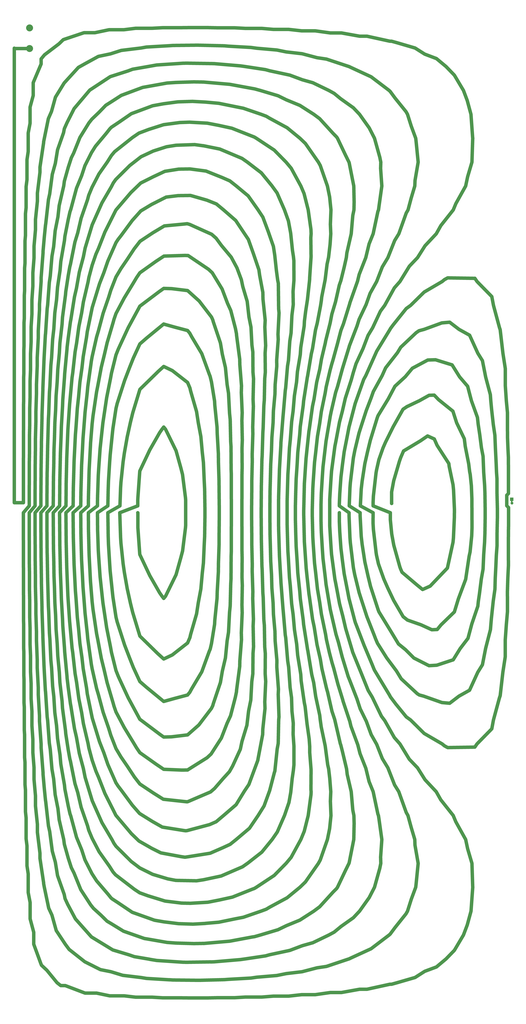
<source format=gbr>
%TF.GenerationSoftware,KiCad,Pcbnew,7.0.1-3b83917a11~172~ubuntu22.04.1*%
%TF.CreationDate,2023-12-10T14:44:59-05:00*%
%TF.ProjectId,coil_template_second,636f696c-5f74-4656-9d70-6c6174655f73,rev?*%
%TF.SameCoordinates,Original*%
%TF.FileFunction,Copper,L1,Top*%
%TF.FilePolarity,Positive*%
%FSLAX46Y46*%
G04 Gerber Fmt 4.6, Leading zero omitted, Abs format (unit mm)*
G04 Created by KiCad (PCBNEW 7.0.1-3b83917a11~172~ubuntu22.04.1) date 2023-12-10 14:44:59*
%MOMM*%
%LPD*%
G01*
G04 APERTURE LIST*
%TA.AperFunction,ComponentPad*%
%ADD10C,10.160000*%
%TD*%
%TA.AperFunction,SMDPad,CuDef*%
%ADD11R,5.000000X5.000000*%
%TD*%
%TA.AperFunction,ViaPad*%
%ADD12C,4.000000*%
%TD*%
%TA.AperFunction,Conductor*%
%ADD13C,5.000000*%
%TD*%
%TA.AperFunction,Conductor*%
%ADD14C,2.000000*%
%TD*%
G04 APERTURE END LIST*
D10*
%TO.P,J1,1,Pin_1*%
%TO.N,Net-(J1-Pin_1)*%
X45240000Y-75240000D03*
%TO.P,J1,2,Pin_2*%
X45240000Y-45270000D03*
%TD*%
D11*
%TO.P,J2,1,Pin_1*%
%TO.N,Net-(J1-Pin_1)*%
X746566280Y-730430937D03*
%TD*%
D12*
%TO.N,Net-(J1-Pin_1)*%
X202727373Y-750138047D03*
X495782950Y-750121027D03*
X746896993Y-736125547D03*
X571890190Y-736390523D03*
%TD*%
D13*
%TO.N,Net-(J1-Pin_1)*%
X22972364Y-735447325D02*
X22972364Y-74789219D01*
X23423145Y-75240000D02*
X22972364Y-74789219D01*
X45240000Y-75240000D02*
X23423145Y-75240000D01*
X123500000Y-443551600D02*
X130340000Y-414290000D01*
X147830000Y-656972000D02*
X149330000Y-642720000D01*
X549790000Y-811598200D02*
X549200000Y-807730000D01*
X135030000Y-970046100D02*
X134870000Y-968640000D01*
X483590000Y-1190204700D02*
X481650000Y-1209140000D01*
X394740000Y-758899000D02*
X394910000Y-780890000D01*
X89090000Y-782793200D02*
X88890000Y-750000000D01*
X404780000Y-537299500D02*
X402390000Y-563850000D01*
X163630000Y-152973100D02*
X178600000Y-143320000D01*
X432370000Y-780512500D02*
X432920000Y-798950000D01*
X260930000Y-152780300D02*
X282130000Y-152100000D01*
X498050000Y-801431200D02*
X496390000Y-777400000D01*
X36880000Y-952245100D02*
X36650000Y-946780000D01*
X131290000Y-288475900D02*
X136170000Y-276650000D01*
X444770000Y-712363400D02*
X443970000Y-747290000D01*
X518530000Y-592186700D02*
X518610000Y-591840000D01*
X563120000Y-539377400D02*
X580280000Y-517370000D01*
X117600000Y-1099725700D02*
X113330000Y-1075930000D01*
X205470000Y-690253100D02*
X205490000Y-690090000D01*
X136170000Y-878977700D02*
X133910000Y-851020000D01*
X356190000Y-162048600D02*
X381950000Y-170900000D01*
X51700000Y-379684500D02*
X51700000Y-362430000D01*
X519280000Y-589799400D02*
X531140000Y-556360000D01*
X129150000Y-925463900D02*
X125840000Y-895550000D01*
X454490000Y-1152441600D02*
X454740000Y-1155530000D01*
X338560000Y-378582600D02*
X346890000Y-394040000D01*
X262220000Y-250526700D02*
X278650000Y-250270000D01*
X611280000Y-587634700D02*
X626350000Y-579280000D01*
X206860000Y-270801900D02*
X224550000Y-261850000D01*
X275070000Y-1014862900D02*
X257070000Y-1019620000D01*
X542020000Y-1383682300D02*
X511000000Y-1397970000D01*
X524580000Y-866155500D02*
X518140000Y-839980000D01*
X75350000Y-1094009500D02*
X73960000Y-1084900000D01*
X76170000Y-536036000D02*
X77270000Y-524550000D01*
X230140000Y-99177900D02*
X232840000Y-99020000D01*
X308520000Y-1155799700D02*
X275880000Y-1169750000D01*
X458930000Y-584934400D02*
X456780000Y-595250000D01*
X51700000Y-1120316400D02*
X50000000Y-1098660000D01*
X482420000Y-474216700D02*
X475840000Y-500230000D01*
X36880000Y-986532800D02*
X36880000Y-952250000D01*
X39280000Y-1184596800D02*
X39280000Y-1153070000D01*
X338720000Y-766611800D02*
X338650000Y-773310000D01*
X226960000Y-1342269900D02*
X204570000Y-1334340000D01*
X384260000Y-1072215200D02*
X377350000Y-1108770000D01*
X475130000Y-576207100D02*
X469590000Y-602860000D01*
X148210000Y-1414111100D02*
X129290000Y-1404580000D01*
X609060000Y-1012921800D02*
X585800000Y-991350000D01*
X496010000Y-618172500D02*
X490690000Y-646400000D01*
X481820000Y-769027400D02*
X481860000Y-770840000D01*
X105940000Y-234026100D02*
X109370000Y-227230000D01*
X544940000Y-1155480200D02*
X551850000Y-1187950000D01*
X320820000Y-796219100D02*
X319960000Y-823940000D01*
X645300000Y-413968700D02*
X648660000Y-411160000D01*
X653200000Y-829315200D02*
X653150000Y-829670000D01*
X359140000Y-1454020800D02*
X343580000Y-1454880000D01*
X406910000Y-1085216500D02*
X405360000Y-1093410000D01*
X387790000Y-517790900D02*
X388050000Y-545990000D01*
X372400000Y-1366161400D02*
X369460000Y-1366600000D01*
X679540000Y-846798600D02*
X678340000Y-850010000D01*
X240350000Y-475703300D02*
X257050000Y-480370000D01*
X428970000Y-377476900D02*
X429670000Y-383790000D01*
X516980000Y-1190204700D02*
X517280000Y-1201710000D01*
X230140000Y-1400818300D02*
X219940000Y-1399080000D01*
X225170000Y-224184700D02*
X244510000Y-218060000D01*
X679510000Y-1224929000D02*
X682390000Y-1238460000D01*
X66720000Y-1151106600D02*
X64840000Y-1130030000D01*
X382970000Y-1454020800D02*
X359140000Y-1454020000D01*
X432920000Y-701049600D02*
X432370000Y-719490000D01*
X323780000Y-1278078700D02*
X298210000Y-1283480000D01*
X78290000Y-1241967900D02*
X74510000Y-1213190000D01*
X170900000Y-598428100D02*
X172630000Y-591440000D01*
X413830000Y-610467300D02*
X410810000Y-648460000D01*
X469120000Y-761733800D02*
X469510000Y-777930000D01*
X401300000Y-1127500200D02*
X394450000Y-1153840000D01*
X120910000Y-818598300D02*
X120400000Y-800780000D01*
X119850000Y-720680100D02*
X120410000Y-699220000D01*
X550100000Y-1086721100D02*
X558230000Y-1107390000D01*
X444910000Y-792063400D02*
X447400000Y-829040000D01*
X120980000Y-1040438800D02*
X116890000Y-1020350000D01*
X397940000Y-275043900D02*
X405170000Y-285110000D01*
X288200000Y-1284988800D02*
X257910000Y-1284370000D01*
X425770000Y-1250743400D02*
X418270000Y-1259650000D01*
X95990000Y-1145751100D02*
X90690000Y-1115180000D01*
X81970000Y-1040411400D02*
X80460000Y-1017160000D01*
X475410000Y-654875900D02*
X471980000Y-683600000D01*
X170930000Y-1234772400D02*
X167850000Y-1230420000D01*
X80780000Y-658348800D02*
X81450000Y-641820000D01*
X36350000Y-832278900D02*
X36280000Y-827320000D01*
X692840000Y-1090687000D02*
X687450000Y-1090760000D01*
X502780000Y-393109300D02*
X498020000Y-412700000D01*
X37170000Y-1026252600D02*
X37170000Y-992300000D01*
X96280000Y-952412700D02*
X96000000Y-946320000D01*
X91180000Y-636230800D02*
X91480000Y-624610000D01*
X79790000Y-722549600D02*
X80000000Y-697790000D01*
X449880000Y-950252800D02*
X455680000Y-985170000D01*
X449590000Y-948964300D02*
X449880000Y-950250000D01*
X229140000Y-1115436600D02*
X205620000Y-1098740000D01*
X461050000Y-484458700D02*
X456770000Y-511630000D01*
X418790000Y-149831300D02*
X438360000Y-157890000D01*
X145530000Y-365683500D02*
X154800000Y-341870000D01*
X452170000Y-871662400D02*
X456830000Y-904880000D01*
X399900000Y-897689200D02*
X402170000Y-922730000D01*
X103980000Y-1187325600D02*
X101450000Y-1176390000D01*
X576160000Y-1145620800D02*
X582260000Y-1155480000D01*
X207440000Y-232455400D02*
X225170000Y-224180000D01*
X83830000Y-919674300D02*
X83100000Y-899020000D01*
X463370000Y-1411456400D02*
X441600000Y-1417190000D01*
X165870000Y-633220400D02*
X166460000Y-627790000D01*
X43230000Y-224991600D02*
X43230000Y-198010000D01*
X729700000Y-1015966900D02*
X729430000Y-1016580000D01*
X418280000Y-240346500D02*
X425780000Y-249240000D01*
X336110000Y-894442500D02*
X334580000Y-923790000D01*
X170900000Y-1092767300D02*
X163350000Y-1073440000D01*
X491780000Y-1296221800D02*
X486730000Y-1301330000D01*
X449350000Y-440321700D02*
X446850000Y-456800000D01*
X83830000Y-580326200D02*
X85410000Y-559770000D01*
X599420000Y-448693000D02*
X619150000Y-429230000D01*
X201020000Y-167028200D02*
X224270000Y-158410000D01*
X86480000Y-319818400D02*
X88280000Y-303660000D01*
X467140000Y-620360500D02*
X463940000Y-639090000D01*
X172630000Y-591439100D02*
X173360000Y-589030000D01*
X685970000Y-806857600D02*
X684530000Y-813500000D01*
X298210000Y-1283477500D02*
X288200000Y-1284990000D01*
X131740000Y-807287900D02*
X130850000Y-773000000D01*
X676290000Y-1363826700D02*
X663050000Y-1386060000D01*
X555440000Y-457119600D02*
X544240000Y-481200000D01*
X73960000Y-415098400D02*
X75350000Y-405990000D01*
X460730000Y-1450504300D02*
X440940000Y-1450500000D01*
X741700000Y-722090919D02*
X739292563Y-724498356D01*
X66720000Y-981348600D02*
X66130000Y-969730000D01*
X452560000Y-408608100D02*
X452560000Y-410190000D01*
X318760000Y-1454880200D02*
X303900000Y-1455240000D01*
X481660000Y-290855400D02*
X483590000Y-309800000D01*
X279310000Y-1317659700D02*
X266470000Y-1317420000D01*
X597580000Y-1108325000D02*
X609480000Y-1120760000D01*
X159030000Y-750000000D02*
X176690000Y-740000000D01*
X215160000Y-73105100D02*
X248870000Y-71120000D01*
X60310000Y-1252294800D02*
X60310000Y-1244930000D01*
X483870000Y-603357800D02*
X482390000Y-610470000D01*
X399840000Y-1452615000D02*
X382970000Y-1454020000D01*
X176690000Y-740000000D02*
X177580000Y-713950000D01*
X370780000Y-904691500D02*
X370360000Y-914660000D01*
X133790000Y-651649600D02*
X133910000Y-648980000D01*
X136380000Y-1168712000D02*
X136170000Y-1168170000D01*
X144140000Y-725477200D02*
X145200000Y-695350000D01*
X119670000Y-740000000D02*
X119670000Y-739530000D01*
X62480000Y-852159000D02*
X62480000Y-847290000D01*
X131890000Y-687704300D02*
X133790000Y-651650000D01*
X62480000Y-652714200D02*
X62480000Y-647840000D01*
X423200000Y-844419300D02*
X424400000Y-855720000D01*
X53390000Y-697827700D02*
X53390000Y-682510000D01*
X50000000Y-420552400D02*
X50000000Y-401340000D01*
X740990000Y-655847300D02*
X741670000Y-669560000D01*
X120990000Y-260107700D02*
X125750000Y-245400000D01*
X314310000Y-912149400D02*
X309800000Y-940410000D01*
X167020000Y-270620900D02*
X170490000Y-265670000D01*
X101450000Y-1176387500D02*
X96560000Y-1151700000D01*
X401760000Y-375436000D02*
X404270000Y-398140000D01*
X325560000Y-519723400D02*
X330110000Y-538890000D01*
X408640000Y-812893000D02*
X410710000Y-847850000D01*
X225400000Y-1157472100D02*
X205620000Y-1144290000D01*
X534280000Y-1121404800D02*
X539020000Y-1140840000D01*
X489000000Y-1050439000D02*
X497100000Y-1085490000D01*
X47510000Y-479686300D02*
X48620000Y-461230000D01*
X71720000Y-647410500D02*
X72590000Y-613760000D01*
X113320000Y-424070300D02*
X117590000Y-400270000D01*
X525190000Y-170897700D02*
X539240000Y-190600000D01*
X136170000Y-1109594000D02*
X131440000Y-1091780000D01*
X478600000Y-1010269400D02*
X485060000Y-1038560000D01*
X167920000Y-469070100D02*
X170900000Y-460410000D01*
X48620000Y-461232100D02*
X48620000Y-440430000D01*
X146090000Y-257570400D02*
X158270000Y-240170000D01*
X637420000Y-971611600D02*
X626180000Y-972330000D01*
X181240000Y-676159600D02*
X183120000Y-663200000D01*
X467150000Y-177208300D02*
X486710000Y-198640000D01*
X108840000Y-785641300D02*
X108550000Y-750000000D01*
X384500000Y-866648100D02*
X385000000Y-872980000D01*
X549760000Y-688381700D02*
X549760000Y-688380000D01*
X619150000Y-429227600D02*
X645300000Y-413970000D01*
X114670000Y-901964100D02*
X112880000Y-876230000D01*
X452650000Y-1089706500D02*
X452660000Y-1098560000D01*
X729520000Y-483417500D02*
X729750000Y-483940000D01*
X367090000Y-73633800D02*
X375740000Y-74880000D01*
X424390000Y-644290600D02*
X423190000Y-655580000D01*
X370360000Y-914657900D02*
X370970000Y-944690000D01*
X526640000Y-626904900D02*
X534860000Y-601570000D01*
X81970000Y-459587600D02*
X84500000Y-440620000D01*
X354130000Y-1082553700D02*
X351730000Y-1093820000D01*
X426420000Y-617543000D02*
X424390000Y-644290000D01*
X136740000Y-1049491300D02*
X136550000Y-1048950000D01*
X104580000Y-389202500D02*
X111180000Y-356700000D01*
X190950000Y-245298200D02*
X207440000Y-232460000D01*
X420930000Y-805833000D02*
X421500000Y-814160000D01*
X425620000Y-488591500D02*
X423730000Y-500490000D01*
X159570000Y-716617600D02*
X160020000Y-703860000D01*
X162830000Y-555189800D02*
X162830000Y-555190000D01*
X483380000Y-894263600D02*
X490910000Y-926520000D01*
X170300000Y-310877800D02*
X170890000Y-309870000D01*
X146950000Y-417134900D02*
X153180000Y-401180000D01*
X525180000Y-1329102300D02*
X516150000Y-1338650000D01*
X600280000Y-292669500D02*
X595650000Y-309800000D01*
X135030000Y-529953700D02*
X136170000Y-523320000D01*
X82450000Y-1159799700D02*
X80220000Y-1136700000D01*
X525210000Y-57321600D02*
X536010000Y-57320000D01*
X304560000Y-1316175500D02*
X279310000Y-1317660000D01*
X370180000Y-954651300D02*
X369970000Y-984010000D01*
X47510000Y-501758100D02*
X47510000Y-479690000D01*
X665150000Y-1199042400D02*
X679510000Y-1224930000D01*
X688530000Y-729966600D02*
X688570000Y-733520000D01*
X293410000Y-1429571400D02*
X289190000Y-1429640000D01*
X385000000Y-872975100D02*
X385950000Y-905700000D01*
X62020000Y-90354200D02*
X66960000Y-84410000D01*
X93530000Y-585896100D02*
X96010000Y-553680000D01*
X153180000Y-401175200D02*
X159050000Y-384190000D01*
X369790000Y-624906000D02*
X369990000Y-635650000D01*
X486710000Y-198635200D02*
X491790000Y-203770000D01*
X178080000Y-395123600D02*
X187400000Y-381520000D01*
X433760000Y-940866000D02*
X435150000Y-957220000D01*
X489250000Y-653629900D02*
X484470000Y-689560000D01*
X291930000Y-442175600D02*
X309830000Y-465610000D01*
X459720000Y-676556400D02*
X457770000Y-704900000D01*
X544850000Y-750000000D02*
X526320000Y-740000000D01*
X430480000Y-920017700D02*
X433760000Y-940870000D01*
X593170000Y-1046738100D02*
X578480000Y-1028830000D01*
X337040000Y-885314300D02*
X336110000Y-894440000D01*
X593070000Y-453257700D02*
X599420000Y-448690000D01*
X506250000Y-1122258300D02*
X507170000Y-1130310000D01*
X368600000Y-506061900D02*
X369980000Y-516510000D01*
X353430000Y-565381500D02*
X353230000Y-575500000D01*
X725610000Y-744424300D02*
X725610000Y-756480000D01*
X463940000Y-639093500D02*
X461350000Y-662950000D01*
X407010000Y-416669600D02*
X407450000Y-453650000D01*
X510090000Y-241342800D02*
X516770000Y-275070000D01*
X431890000Y-759653500D02*
X432370000Y-780510000D01*
X77750000Y-1334937300D02*
X73070000Y-1324710000D01*
X122890000Y-642648600D02*
X124980000Y-616820000D01*
X322800000Y-503195100D02*
X325560000Y-519720000D01*
X197440000Y-1133646800D02*
X187420000Y-1118490000D01*
X241250000Y-333067100D02*
X269930000Y-330360000D01*
X518140000Y-839979100D02*
X516340000Y-830810000D01*
X316600000Y-1199118200D02*
X307120000Y-1203300000D01*
X404270000Y-398140800D02*
X406150000Y-412110000D01*
X399890000Y-602301500D02*
X399410000Y-618750000D01*
X495790000Y-762840800D02*
X495782950Y-750121027D01*
X61940000Y-692914300D02*
X61940000Y-687420000D01*
X134430000Y-1365689800D02*
X111970000Y-1340460000D01*
X133780000Y-848348900D02*
X131880000Y-812300000D01*
X126080000Y-1134742200D02*
X123410000Y-1121620000D01*
X571890190Y-736390523D02*
X571850000Y-736430713D01*
X417150000Y-927675300D02*
X417780000Y-931690000D01*
X550200000Y-515057100D02*
X569680000Y-483120000D01*
X530190000Y-511571900D02*
X520050000Y-533290000D01*
X556970000Y-1045686800D02*
X561840000Y-1052160000D01*
X426830000Y-1038299100D02*
X428740000Y-1055600000D01*
X609030000Y-855192900D02*
X586930000Y-836480000D01*
X585030000Y-832125800D02*
X583870000Y-828880000D01*
X234950000Y-1072209900D02*
X205620000Y-1050190000D01*
X51700000Y-362426500D02*
X53840000Y-338570000D01*
X432920000Y-798948200D02*
X434450000Y-821600000D01*
X413970000Y-890939800D02*
X417150000Y-927680000D01*
X284120000Y-1376285000D02*
X258080000Y-1375470000D01*
X544850000Y-734660200D02*
X545320000Y-725720000D01*
X45060000Y-837281100D02*
X44830000Y-822410000D01*
X95980000Y-354252900D02*
X96550000Y-348300000D01*
X131880000Y-812296800D02*
X131740000Y-807290000D01*
X422460000Y-1171236700D02*
X416130000Y-1189860000D01*
X205620000Y-570849300D02*
X205820000Y-570620000D01*
X306630000Y-548736500D02*
X307860000Y-551670000D01*
X633870000Y-642825800D02*
X637900000Y-652030000D01*
X65690000Y-1289094100D02*
X65690000Y-1287910000D01*
X425010000Y-343630200D02*
X427650000Y-368830000D01*
X110510000Y-1063906000D02*
X105410000Y-1031490000D01*
X38000000Y-427443400D02*
X38000000Y-394450000D01*
X661420000Y-963801000D02*
X637420000Y-971610000D01*
X394450000Y-1153838600D02*
X386270000Y-1176200000D01*
X257070000Y-1019617000D02*
X240350000Y-1024290000D01*
X475380000Y-503139100D02*
X469750000Y-526600000D01*
X501700000Y-475591900D02*
X498100000Y-484970000D01*
X516770000Y-275071000D02*
X517300000Y-298250000D01*
X687890000Y-587195700D02*
X696580000Y-611340000D01*
X193100000Y-1256866300D02*
X170930000Y-1234770000D01*
X413840000Y-610313100D02*
X413830000Y-610470000D01*
X178510000Y-77976600D02*
X207180000Y-74500000D01*
X537490000Y-492263500D02*
X530190000Y-511570000D01*
X488270000Y-1359564600D02*
X480440000Y-1363830000D01*
X605490000Y-275071000D02*
X600280000Y-292670000D01*
X36280000Y-735397326D02*
X36230001Y-735447325D01*
X101450000Y-247925900D02*
X105940000Y-234030000D01*
X652830000Y-830523100D02*
X627880000Y-856620000D01*
X308730000Y-1402887300D02*
X274150000Y-1403460000D01*
X369100000Y-676046000D02*
X368440000Y-703910000D01*
X484330000Y-690691800D02*
X483420000Y-703980000D01*
X46630000Y-957846300D02*
X45940000Y-941440000D01*
X74130000Y-574756300D02*
X74820000Y-565850000D01*
X656250000Y-473010900D02*
X669880000Y-483420000D01*
X516150000Y-161344100D02*
X525190000Y-170900000D01*
X62020000Y-97680000D02*
X62020000Y-97680000D01*
X653150000Y-829669300D02*
X652830000Y-830520000D01*
X682380000Y-261514900D02*
X679490000Y-275070000D01*
X454560000Y-1159691500D02*
X450510000Y-1190180000D01*
X313640000Y-1402764800D02*
X308730000Y-1402890000D01*
X105230000Y-309051100D02*
X113500000Y-278260000D01*
X435330000Y-662549400D02*
X434440000Y-678410000D01*
X421690000Y-325835500D02*
X425010000Y-343630000D01*
X88890000Y-750000000D02*
X98180000Y-740000000D01*
X105950000Y-1265971100D02*
X101450000Y-1252050000D01*
X54380000Y-617478800D02*
X54380000Y-603300000D01*
X123230000Y-976822300D02*
X121430000Y-960920000D01*
X101450000Y-878899400D02*
X100930000Y-869970000D01*
X420930000Y-694164400D02*
X419960000Y-726610000D01*
X110040000Y-162541300D02*
X132310000Y-136270000D01*
X307860000Y-551665300D02*
X309800000Y-559640000D01*
X181230000Y-823843200D02*
X178150000Y-794050000D01*
X545230000Y-573906000D02*
X558050000Y-550740000D01*
X558050000Y-550743400D02*
X563120000Y-539380000D01*
X38570000Y-354882900D02*
X39280000Y-346930000D01*
X162980000Y-82985900D02*
X178510000Y-77980000D01*
X597600000Y-391696300D02*
X583910000Y-413970000D01*
X688710000Y-771909600D02*
X688270000Y-783540000D01*
X299890000Y-784201000D02*
X299290000Y-795920000D01*
X62480000Y-647841500D02*
X63330000Y-612340000D01*
X303450000Y-1106063400D02*
X275040000Y-1123910000D01*
X685200000Y-1007941300D02*
X669760000Y-1016580000D01*
X107980000Y-953197500D02*
X107000000Y-946260000D01*
X215520000Y-1369438900D02*
X212190000Y-1368860000D01*
X493060000Y-205622200D02*
X504440000Y-229510000D01*
X448690000Y-943401200D02*
X449590000Y-948960000D01*
X438110000Y-636409300D02*
X435330000Y-662550000D01*
X429670000Y-383790500D02*
X429750000Y-412180000D01*
X509740000Y-1398551200D02*
X477030000Y-1409430000D01*
X417780000Y-931687200D02*
X420660000Y-965550000D01*
X205150000Y-450562300D02*
X205620000Y-449790000D01*
X162830000Y-944809700D02*
X157360000Y-917330000D01*
X324350000Y-361510400D02*
X338560000Y-378580000D01*
X321080000Y-743518500D02*
X321080000Y-756480000D01*
X337740000Y-646383700D02*
X338190000Y-653910000D01*
X354030000Y-764479500D02*
X354130000Y-775460000D01*
X147830000Y-843029800D02*
X145860000Y-815400000D01*
X143960000Y-740000000D02*
X143960000Y-734530000D01*
X407410000Y-733820200D02*
X407420000Y-766180000D01*
X114670000Y-598037000D02*
X116460000Y-581820000D01*
X571700000Y-1435356700D02*
X569300000Y-1435360000D01*
X656220000Y-1026936100D02*
X644920000Y-1025910000D01*
X426440000Y-882448200D02*
X428570000Y-898000000D01*
X66610000Y-206236900D02*
X72540000Y-177190000D01*
X137470000Y-890355100D02*
X137260000Y-888990000D01*
X299890000Y-715800500D02*
X300290000Y-744540000D01*
X97520000Y-1066851900D02*
X93130000Y-1034000000D01*
X85410000Y-940233300D02*
X83830000Y-919670000D01*
X293410000Y-70429000D02*
X328540000Y-71310000D01*
X133910000Y-851021000D02*
X133780000Y-848350000D01*
X100930000Y-630034900D02*
X101450000Y-621130000D01*
X534340000Y-550585800D02*
X549730000Y-516100000D01*
X62480000Y-847285400D02*
X61940000Y-812580000D01*
X350480000Y-1399653700D02*
X313640000Y-1402760000D01*
X41440000Y-1234086900D02*
X40200000Y-1223960000D01*
X350980000Y-534320800D02*
X353430000Y-565380000D01*
X725610000Y-756478400D02*
X725130000Y-780630000D01*
X569300000Y-64643600D02*
X571700000Y-64640000D01*
X318760000Y-45119800D02*
X343580000Y-45120000D01*
X271230000Y-1250715800D02*
X265460000Y-1249870000D01*
X136170000Y-390376600D02*
X141740000Y-374250000D01*
X136550000Y-451048300D02*
X136730000Y-450510000D01*
X410710000Y-847849700D02*
X410820000Y-851530000D01*
X404830000Y-77369000D02*
X418660000Y-80160000D01*
X62570000Y-1407684000D02*
X61410000Y-1404900000D01*
X515180000Y-952615500D02*
X527460000Y-982760000D01*
X447480000Y-669523200D02*
X447390000Y-670970000D01*
X528960000Y-796100900D02*
X527600000Y-784450000D01*
X125750000Y-245401500D02*
X135330000Y-226370000D01*
X495730000Y-419157700D02*
X490210000Y-443530000D01*
X708510000Y-947133600D02*
X703850000Y-970960000D01*
X388440000Y-105908800D02*
X394540000Y-107610000D01*
X492910000Y-504844100D02*
X486270000Y-528820000D01*
X619980000Y-83420500D02*
X637000000Y-89840000D01*
X569930000Y-760145000D02*
X569930000Y-750000000D01*
X73000000Y-893214100D02*
X72590000Y-886240000D01*
X619150000Y-1070773700D02*
X599500000Y-1051310000D01*
X45940000Y-941436500D02*
X45940000Y-917560000D01*
X417720000Y-568523700D02*
X417130000Y-572310000D01*
X182910000Y-1062212700D02*
X170900000Y-1039580000D01*
X574280000Y-476684100D02*
X574280000Y-476680000D01*
X432370000Y-719488800D02*
X431890000Y-740350000D01*
X53840000Y-323764000D02*
X56590000Y-297100000D01*
X239770000Y-1166454300D02*
X225400000Y-1157470000D01*
X353450000Y-934628000D02*
X351000000Y-965670000D01*
X68220000Y-491580400D02*
X68430000Y-489740000D01*
X457770000Y-795102500D02*
X459730000Y-823440000D01*
X53770000Y-842283200D02*
X53390000Y-817490000D01*
X60310000Y-255072900D02*
X60310000Y-247700000D01*
X50500000Y-143539400D02*
X50500000Y-124880000D01*
X619180000Y-483417500D02*
X644900000Y-474060000D01*
X741740000Y-826579700D02*
X740800000Y-845350000D01*
X741870000Y-768242300D02*
X741870000Y-742419757D01*
X78760000Y-497632400D02*
X80450000Y-482840000D01*
X100880000Y-1319663600D02*
X96870000Y-1310900000D01*
X446020000Y-1031775000D02*
X448770000Y-1056840000D01*
X500320000Y-540242500D02*
X493070000Y-566970000D01*
X574280000Y-476684100D02*
X593070000Y-453260000D01*
X510090000Y-1258641200D02*
X509770000Y-1259650000D01*
X346180000Y-489953900D02*
X346280000Y-491850000D01*
X394540000Y-107607300D02*
X423760000Y-113850000D01*
X115270000Y-1156825900D02*
X111180000Y-1143300000D01*
X545310000Y-774284300D02*
X544840000Y-765340000D01*
X406540000Y-490525300D02*
X406870000Y-498200000D01*
X237720000Y-871173400D02*
X234330000Y-866210000D01*
X319880000Y-664432300D02*
X319950000Y-676060000D01*
X295670000Y-981220300D02*
X280970000Y-1005890000D01*
X123500000Y-1056446200D02*
X120980000Y-1040440000D01*
X703850000Y-970961400D02*
X697130000Y-981860000D01*
X443300000Y-906457800D02*
X443810000Y-912360000D01*
X193300000Y-169936800D02*
X201020000Y-167030000D01*
X36240000Y-787453900D02*
X36240000Y-750000000D01*
X169970000Y-1188244000D02*
X154820000Y-1158130000D01*
X44830000Y-702741000D02*
X44830000Y-677590000D01*
X61990000Y-413661400D02*
X61990000Y-408230000D01*
X163550000Y-1417192800D02*
X148210000Y-1414110000D01*
X576830000Y-147202800D02*
X592690000Y-166990000D01*
X516350000Y-669192300D02*
X518460000Y-658560000D01*
X511230000Y-714082100D02*
X511750000Y-706440000D01*
X383490000Y-832216900D02*
X384500000Y-866650000D01*
X571850000Y-736350333D02*
X571890190Y-736390523D01*
X518460000Y-658562600D02*
X524310000Y-634410000D01*
X541200000Y-857079800D02*
X537440000Y-841750000D01*
X61680000Y-732954500D02*
X61680000Y-727160000D01*
X141740000Y-374254500D02*
X145530000Y-365680000D01*
X160130000Y-1062927700D02*
X152240000Y-1039940000D01*
X121430000Y-960918800D02*
X118420000Y-939690000D01*
X36350000Y-867165500D02*
X36350000Y-832280000D01*
X101450000Y-495624800D02*
X104580000Y-472570000D01*
X728590000Y-1019128800D02*
X719930000Y-1051310000D01*
X382060000Y-751617500D02*
X382340000Y-788110000D01*
X737160000Y-540501500D02*
X737160000Y-552870000D01*
X166850000Y-1026897100D02*
X157930000Y-996780000D01*
X648670000Y-1088832200D02*
X645320000Y-1086030000D01*
X545330000Y-975164100D02*
X543530000Y-970730000D01*
X703920000Y-528917000D02*
X708630000Y-552870000D01*
X93130000Y-1034002600D02*
X92480000Y-1024070000D01*
X507730000Y-863685700D02*
X502800000Y-838590000D01*
X279490000Y-926963900D02*
X278410000Y-931420000D01*
X372080000Y-1296154700D02*
X369480000Y-1297120000D01*
X50500000Y-124875200D02*
X62020000Y-97680000D01*
X457770000Y-704899400D02*
X457150000Y-714970000D01*
X96830000Y-61479000D02*
X124430000Y-52240000D01*
X498820000Y-1447379200D02*
X482620000Y-1447380000D01*
X275880000Y-1250022200D02*
X271230000Y-1250720000D01*
X456780000Y-595248900D02*
X452130000Y-628470000D01*
X89290000Y-996315300D02*
X88500000Y-981890000D01*
X490390000Y-575200900D02*
X483870000Y-603360000D01*
X496390000Y-777396300D02*
X495790000Y-762840000D01*
X82720000Y-242202200D02*
X85910000Y-222520000D01*
X392440000Y-341418100D02*
X399820000Y-362830000D01*
X606880000Y-205622200D02*
X607480000Y-210690000D01*
X136730000Y-450512900D02*
X146950000Y-417130000D01*
X138160000Y-1325051600D02*
X134070000Y-1319970000D01*
X107000000Y-553744900D02*
X107980000Y-546800000D01*
X289190000Y-70359500D02*
X293410000Y-70430000D01*
X275070000Y-560685500D02*
X278400000Y-568590000D01*
X368440000Y-796091800D02*
X369110000Y-823960000D01*
X705780000Y-691464600D02*
X707130000Y-710410000D01*
X482620000Y-52620400D02*
X498820000Y-52620000D01*
X36240000Y-750000000D02*
X44720000Y-740000000D01*
X297810000Y-216537300D02*
X321750000Y-221310000D01*
X454630000Y-378246200D02*
X452560000Y-408610000D01*
X145540000Y-1134325400D02*
X141750000Y-1125740000D01*
X278660000Y-44755300D02*
X303900000Y-44760000D01*
X520050000Y-533288300D02*
X516000000Y-546410000D01*
X159060000Y-1115800700D02*
X153190000Y-1098830000D01*
X45430000Y-622620600D02*
X45430000Y-598160000D01*
X70460000Y-732198700D02*
X70490000Y-727890000D01*
X511760000Y-793556000D02*
X511230000Y-785920000D01*
X741710000Y-776422000D02*
X741680000Y-794000000D01*
X550140000Y-515214600D02*
X550200000Y-515060000D01*
X248860000Y-1428880400D02*
X215170000Y-1426890000D01*
X440270000Y-994301800D02*
X443270000Y-1015620000D01*
X326420000Y-1136711100D02*
X314280000Y-1150810000D01*
X156660000Y-198648900D02*
X156660000Y-198650000D01*
X444900000Y-707934700D02*
X444770000Y-712360000D01*
X438360000Y-1342109600D02*
X418790000Y-1350160000D01*
X37170000Y-473747300D02*
X37540000Y-467600000D01*
X729430000Y-1016582500D02*
X728590000Y-1019130000D01*
X223500000Y-45831400D02*
X238870000Y-44930000D01*
X476630000Y-1003200500D02*
X477850000Y-1007890000D01*
X92480000Y-475930400D02*
X93120000Y-466000000D01*
X354110000Y-695674900D02*
X354130000Y-724540000D01*
X95820000Y-191717200D02*
X99840000Y-182630000D01*
X490910000Y-926515200D02*
X494390000Y-938180000D01*
X93200000Y-595182000D02*
X93530000Y-585900000D01*
X117590000Y-400271100D02*
X123410000Y-378390000D01*
X514720000Y-951018200D02*
X514900000Y-951710000D01*
X339520000Y-191075100D02*
X369480000Y-202880000D01*
X387400000Y-479944400D02*
X388590000Y-506980000D01*
X56380000Y-975330400D02*
X56380000Y-963450000D01*
X149570000Y-538305000D02*
X154010000Y-520360000D01*
X36280000Y-672680000D02*
X36280000Y-735397326D01*
X476360000Y-853773700D02*
X482350000Y-889000000D01*
X258070000Y-124534400D02*
X284130000Y-123720000D01*
X406840000Y-1014043700D02*
X408010000Y-1046820000D01*
X136170000Y-1168169800D02*
X126080000Y-1134740000D01*
X182900000Y-437782300D02*
X195900000Y-416530000D01*
X455680000Y-985171400D02*
X458410000Y-996870000D01*
X504440000Y-229505900D02*
X509780000Y-240350000D01*
X700020000Y-636453600D02*
X702460000Y-655670000D01*
X120170000Y-1178026200D02*
X115270000Y-1156830000D01*
X717530000Y-435775300D02*
X720010000Y-448690000D01*
X478830000Y-1116406000D02*
X480210000Y-1122180000D01*
X336300000Y-1372756400D02*
X325490000Y-1373700000D01*
X36280000Y-827321200D02*
X36280000Y-792350000D01*
X737160000Y-552866400D02*
X737150000Y-565220000D01*
X54380000Y-896701300D02*
X54380000Y-882520000D01*
X129200000Y-486718200D02*
X136170000Y-452450000D01*
X539050000Y-359219500D02*
X534210000Y-379240000D01*
X322810000Y-996810300D02*
X312370000Y-1027740000D01*
X192020000Y-618203100D02*
X192020000Y-618200000D01*
X604160000Y-961170900D02*
X592050000Y-949020000D01*
X469470000Y-1061417000D02*
X475240000Y-1088880000D01*
X71490000Y-846986400D02*
X70900000Y-812230000D01*
X101450000Y-323572400D02*
X103970000Y-312670000D01*
X476530000Y-567483700D02*
X475130000Y-576210000D01*
X170890000Y-309868900D02*
X192600000Y-284540000D01*
X164290000Y-1347455100D02*
X157880000Y-1343700000D01*
X325490000Y-1373701900D02*
X298300000Y-1376050000D01*
X103500000Y-591621200D02*
X103780000Y-589110000D01*
X382450000Y-708268800D02*
X382340000Y-711890000D01*
X162080000Y-191763100D02*
X164160000Y-189770000D01*
X77270000Y-975445600D02*
X76170000Y-963960000D01*
X53770000Y-642839200D02*
X54380000Y-617480000D01*
X399410000Y-618749500D02*
X397650000Y-640900000D01*
X204330000Y-1227176500D02*
X193280000Y-1216430000D01*
X178260000Y-347184400D02*
X178260000Y-347180000D01*
X579350000Y-66724500D02*
X605930000Y-74490000D01*
X257050000Y-480374400D02*
X275070000Y-485140000D01*
X146370000Y-1242754600D02*
X136170000Y-1223300000D01*
X98180000Y-740000000D02*
X98400000Y-711860000D01*
X141090000Y-217261300D02*
X156660000Y-198650000D01*
X741700000Y-690822200D02*
X741700000Y-722090919D01*
X555800000Y-249475400D02*
X557620000Y-275070000D01*
X97510000Y-433150100D02*
X97840000Y-428810000D01*
X164200000Y-230786500D02*
X168850000Y-225220000D01*
X145460000Y-1014610500D02*
X142760000Y-1005500000D01*
X45940000Y-582436400D02*
X45940000Y-558560000D01*
X444660000Y-478448900D02*
X439660000Y-510040000D01*
X663080000Y-894202600D02*
X643660000Y-912990000D01*
X682370000Y-566145200D02*
X687890000Y-587200000D01*
X486730000Y-1301334800D02*
X467150000Y-1322790000D01*
X385940000Y-594290000D02*
X384990000Y-627030000D01*
X549160000Y-692298100D02*
X549760000Y-688380000D01*
X741870000Y-768242300D02*
X741710000Y-776420000D01*
X568190000Y-1363826700D02*
X542020000Y-1383680000D01*
X569930000Y-750000000D02*
X544850000Y-740000000D01*
X270550000Y-376046800D02*
X275730000Y-376120000D01*
X429740000Y-1089276300D02*
X429760000Y-1116360000D01*
X524310000Y-634409500D02*
X526640000Y-626900000D01*
X65700000Y-210914100D02*
X66610000Y-206240000D01*
X223800000Y-1198694800D02*
X205230000Y-1187080000D01*
X72590000Y-613758800D02*
X73000000Y-606790000D01*
X455040000Y-518812900D02*
X449550000Y-551680000D01*
X166220000Y-1385451000D02*
X137420000Y-1367840000D01*
X738690000Y-912392100D02*
X737080000Y-934900000D01*
X467970000Y-1254765900D02*
X465330000Y-1259650000D01*
X454680000Y-344519800D02*
X454300000Y-350120000D01*
X99720000Y-988342600D02*
X96280000Y-952410000D01*
X36650000Y-912224800D02*
X36480000Y-906980000D01*
X650960000Y-101448800D02*
X663040000Y-113950000D01*
X296440000Y-662550100D02*
X298040000Y-676970000D01*
X107980000Y-546802200D02*
X111430000Y-516400000D01*
X717480000Y-1064129400D02*
X695990000Y-1086030000D01*
X187220000Y-860293200D02*
X183110000Y-836790000D01*
X294350000Y-860796000D02*
X290620000Y-880680000D01*
X661510000Y-1190204700D02*
X665150000Y-1199040000D01*
X401060000Y-222831900D02*
X418280000Y-240350000D01*
X509930000Y-754715400D02*
X509930000Y-750000000D01*
X650970000Y-1398551200D02*
X637010000Y-1410170000D01*
X361980000Y-240346500D02*
X382350000Y-255960000D01*
X128030000Y-1004598500D02*
X123230000Y-976820000D01*
X72680000Y-294697400D02*
X74500000Y-286810000D01*
X512590000Y-1060267000D02*
X522660000Y-1087400000D01*
X261210000Y-289082700D02*
X279300000Y-288800000D01*
X105240000Y-1190956300D02*
X103980000Y-1187330000D01*
X500240000Y-1097024200D02*
X506250000Y-1122260000D01*
X116460000Y-918177400D02*
X114670000Y-901960000D01*
X516340000Y-830811800D02*
X516040000Y-828570000D01*
X510400000Y-447508700D02*
X501700000Y-475590000D01*
X119850000Y-779320400D02*
X119670000Y-750000000D01*
X525800000Y-1100020900D02*
X534280000Y-1121400000D01*
X421500000Y-814156500D02*
X423200000Y-844420000D01*
X82720000Y-1257798900D02*
X78290000Y-1241970000D01*
X509930000Y-750000000D02*
X495780000Y-740000000D01*
X407180000Y-1006497800D02*
X406840000Y-1014040000D01*
X258330000Y-840104800D02*
X245150000Y-866910000D01*
X469120000Y-738266700D02*
X469120000Y-761730000D01*
X607460000Y-488362400D02*
X611570000Y-485470000D01*
X482620000Y-1447379200D02*
X460730000Y-1450500000D01*
X430450000Y-579968500D02*
X428550000Y-602010000D01*
X90690000Y-384817900D02*
X95980000Y-354250000D01*
X337890000Y-455982100D02*
X344640000Y-482100000D01*
X524660000Y-403600900D02*
X522210000Y-413640000D01*
X157360000Y-917331800D02*
X154840000Y-900330000D01*
X419800000Y-733406900D02*
X419800000Y-766590000D01*
X128020000Y-495402800D02*
X129200000Y-486720000D01*
X566010000Y-859039300D02*
X560460000Y-846310000D01*
X588570000Y-901053100D02*
X574790000Y-877410000D01*
X272460000Y-1212292300D02*
X270230000Y-1211970000D01*
X77140000Y-166795300D02*
X82840000Y-146010000D01*
X294340000Y-639208100D02*
X296440000Y-662550000D01*
X37170000Y-507697100D02*
X37170000Y-473750000D01*
X205620000Y-810859600D02*
X205480000Y-809910000D01*
X59700000Y-1045132400D02*
X57850000Y-1014370000D01*
X309800000Y-940409100D02*
X307870000Y-948340000D01*
X367240000Y-480239400D02*
X368600000Y-506060000D01*
X261870000Y-1347269500D02*
X240770000Y-1344710000D01*
X88280000Y-1196339300D02*
X86490000Y-1180190000D01*
X716890000Y-903527400D02*
X716130000Y-912360000D01*
X336510000Y-267644100D02*
X345780000Y-274930000D01*
X387920000Y-984348400D02*
X388710000Y-995150000D01*
X44720000Y-717416300D02*
X44830000Y-702740000D01*
X65700000Y-212085900D02*
X65700000Y-210910000D01*
X121020000Y-1239905600D02*
X113510000Y-1221740000D01*
X154010000Y-520364200D02*
X157930000Y-503220000D01*
X85410000Y-559766400D02*
X86230000Y-541810000D01*
X257910000Y-1284371000D02*
X246280000Y-1282220000D01*
X733580000Y-981858000D02*
X729700000Y-1015970000D01*
X513040000Y-344519800D02*
X506690000Y-372330000D01*
X129530000Y-1204906600D02*
X120170000Y-1178030000D01*
X68350000Y-1167902400D02*
X66720000Y-1151110000D01*
X145200000Y-804650000D02*
X144140000Y-774520000D01*
X125530000Y-1402637700D02*
X102670000Y-1384600000D01*
X497610000Y-1351834400D02*
X488270000Y-1359560000D01*
X101450000Y-1094826400D02*
X97840000Y-1071180000D01*
X149330000Y-642722700D02*
X151860000Y-619400000D01*
X173360000Y-589030100D02*
X183430000Y-557750000D01*
X66960000Y-84405500D02*
X88120000Y-68310000D01*
X161770000Y-824533900D02*
X160010000Y-796140000D01*
X118420000Y-560305700D02*
X121430000Y-539080000D01*
X333130000Y-445601200D02*
X337890000Y-455980000D01*
X112880000Y-876231800D02*
X111860000Y-863680000D01*
X477030000Y-1409431000D02*
X463370000Y-1411460000D01*
X89840000Y-823109600D02*
X89210000Y-796920000D01*
X740310000Y-622409000D02*
X740400000Y-640780000D01*
X130340000Y-414293900D02*
X131430000Y-408220000D01*
X300290000Y-755458400D02*
X299890000Y-784200000D01*
X202620000Y-731777600D02*
X202740000Y-728400000D01*
X435150000Y-957222700D02*
X439610000Y-984730000D01*
X162650000Y-116118000D02*
X188290000Y-107860000D01*
X553410000Y-1195182600D02*
X557600000Y-1224930000D01*
X439660000Y-510037500D02*
X438940000Y-520150000D01*
X96550000Y-348299200D02*
X101450000Y-323570000D01*
X546920000Y-205622200D02*
X554650000Y-233220000D01*
X725100000Y-797887300D02*
X724140000Y-811760000D01*
X382340000Y-711888200D02*
X382060000Y-748380000D01*
X354600000Y-855514400D02*
X354090000Y-884110000D01*
X205620000Y-504651500D02*
X215260000Y-496260000D01*
X88280000Y-303657100D02*
X94880000Y-275110000D01*
X73000000Y-606785300D02*
X74130000Y-574760000D01*
X133910000Y-648980400D02*
X136170000Y-621050000D01*
X64530000Y-930759300D02*
X64530000Y-928240000D01*
X413970000Y-608857700D02*
X413840000Y-610310000D01*
X394540000Y-1392391300D02*
X388440000Y-1394090000D01*
X125840000Y-895548400D02*
X124980000Y-883180000D01*
X475420000Y-845129400D02*
X476360000Y-853770000D01*
X143960000Y-750000000D02*
X159090000Y-740000000D01*
X418270000Y-1259653500D02*
X401060000Y-1277160000D01*
X335920000Y-1126322500D02*
X326420000Y-1136710000D01*
X180750000Y-1422409300D02*
X163550000Y-1417190000D01*
X195060000Y-105365700D02*
X218300000Y-101250000D01*
X585090000Y-509443200D02*
X607460000Y-488360000D01*
X368440000Y-995536200D02*
X367040000Y-1022290000D01*
X423730000Y-500485100D02*
X421740000Y-528680000D01*
X463580000Y-474470700D02*
X461050000Y-484460000D01*
X251770000Y-1075670800D02*
X240350000Y-1076060000D01*
X516750000Y-1224929000D02*
X510090000Y-1258640000D01*
X486270000Y-528815800D02*
X484650000Y-534070000D01*
X167930000Y-1030927300D02*
X166850000Y-1026900000D01*
X109940000Y-824899800D02*
X109070000Y-794260000D01*
X104580000Y-472573600D02*
X105400000Y-468510000D01*
X272250000Y-731678000D02*
X272250000Y-768320000D01*
X483350000Y-1155489900D02*
X482770000Y-1169330000D01*
X428550000Y-602015000D02*
X426420000Y-617540000D01*
X340240000Y-1308711300D02*
X320990000Y-1312890000D01*
X419740000Y-190307100D02*
X438440000Y-205620000D01*
X45940000Y-917563500D02*
X45430000Y-901840000D01*
X130350000Y-1085710000D02*
X123500000Y-1056450000D01*
X86230000Y-958188400D02*
X85410000Y-940230000D01*
X83100000Y-899015700D02*
X82040000Y-880820000D01*
X95800000Y-268090800D02*
X101450000Y-247930000D01*
X103500000Y-908379700D02*
X101450000Y-878900000D01*
X655000000Y-678508300D02*
X655510000Y-682670000D01*
X402390000Y-563851800D02*
X402160000Y-577280000D01*
X332440000Y-1056106400D02*
X324190000Y-1077530000D01*
X410820000Y-851532600D02*
X413850000Y-889540000D01*
X707900000Y-757069400D02*
X707530000Y-779480000D01*
X205620000Y-929157700D02*
X195400000Y-895480000D01*
X540780000Y-644717600D02*
X550600000Y-613040000D01*
X389410000Y-173672900D02*
X394240000Y-176550000D01*
X493640000Y-999070300D02*
X500720000Y-1021840000D01*
X527600000Y-784454500D02*
X526030000Y-754530000D01*
X165870000Y-866777400D02*
X162480000Y-834610000D01*
X90060000Y-663683400D02*
X91180000Y-636230000D01*
X497910000Y-1087670100D02*
X500240000Y-1097020000D01*
X45060000Y-637836800D02*
X45430000Y-622620000D01*
X165220000Y-1225406100D02*
X150550000Y-1200460000D01*
X429760000Y-1116356900D02*
X428910000Y-1124630000D01*
X162830000Y-555189800D02*
X164400000Y-546830000D01*
X406510000Y-1356111400D02*
X380780000Y-1363830000D01*
X284130000Y-123723100D02*
X298290000Y-123960000D01*
X205620000Y-1050192400D02*
X205160000Y-1049430000D01*
X343580000Y-45119800D02*
X359140000Y-45980000D01*
X202620000Y-740000000D02*
X202620000Y-731780000D01*
X178090000Y-1104870100D02*
X170900000Y-1092770000D01*
X583030000Y-675445100D02*
X585000000Y-669800000D01*
X354130000Y-775464200D02*
X354110000Y-804320000D01*
X136530000Y-330964100D02*
X150520000Y-299520000D01*
X570040000Y-482344200D02*
X574280000Y-476680000D01*
X337750000Y-853611800D02*
X337040000Y-885310000D01*
X36880000Y-547754900D02*
X36880000Y-513470000D01*
X740800000Y-845350300D02*
X740200000Y-864760000D01*
X120160000Y-321967100D02*
X129510000Y-295100000D01*
X439000000Y-624765400D02*
X438110000Y-636410000D01*
X475730000Y-926451400D02*
X476990000Y-934280000D01*
X452560000Y-410188700D02*
X452320000Y-413190000D01*
X454420000Y-338271600D02*
X454680000Y-344520000D01*
X482510000Y-890131300D02*
X483380000Y-894260000D01*
X130800000Y-750000000D02*
X143960000Y-740000000D01*
X278200000Y-488925400D02*
X280970000Y-494110000D01*
X113630000Y-503670100D02*
X116890000Y-479650000D01*
X320990000Y-1312893300D02*
X304560000Y-1316180000D01*
X446850000Y-456799900D02*
X444970000Y-471530000D01*
X205620000Y-401234800D02*
X229120000Y-384550000D01*
X328540000Y-1428695300D02*
X293410000Y-1429570000D01*
X111430000Y-516401200D02*
X113630000Y-503670000D01*
X425100000Y-1156514600D02*
X422460000Y-1171240000D01*
X334580000Y-923791400D02*
X332570000Y-936360000D01*
X199500000Y-1454165300D02*
X182900000Y-1452190000D01*
X585800000Y-991347300D02*
X578760000Y-979880000D01*
X741670000Y-669558900D02*
X741700000Y-690820000D01*
X607470000Y-1289294300D02*
X606870000Y-1294380000D01*
X274450000Y-1211995800D02*
X272460000Y-1212290000D01*
X36230001Y-735447325D02*
X22972364Y-735447325D01*
X64530000Y-569241000D02*
X66130000Y-530950000D01*
X57850000Y-1004181300D02*
X56380000Y-975330000D01*
X578480000Y-1028830500D02*
X570050000Y-1017640000D01*
X314580000Y-593193300D02*
X317890000Y-625680000D01*
X80460000Y-1017164100D02*
X78760000Y-1002370000D01*
X220110000Y-658596600D02*
X234360000Y-633770000D01*
X53200000Y-740000000D02*
X53200000Y-737820000D01*
X480450000Y-136173300D02*
X488280000Y-140430000D01*
X131310000Y-1211517300D02*
X129530000Y-1204910000D01*
X465330000Y-1259653500D02*
X446420000Y-1286700000D01*
X205820000Y-929386200D02*
X205620000Y-929160000D01*
X347030000Y-1268022000D02*
X323780000Y-1278080000D01*
X202740000Y-728400000D02*
X205470000Y-690250000D01*
X310990000Y-401244600D02*
X325290000Y-424760000D01*
X258080000Y-1375468800D02*
X245210000Y-1374590000D01*
X325500000Y-126300700D02*
X336290000Y-127250000D01*
X741680000Y-793996700D02*
X741680000Y-811850000D01*
X274360000Y-1170175800D02*
X272600000Y-1169970000D01*
X669760000Y-1016582500D02*
X656220000Y-1026940000D01*
X178260000Y-347184400D02*
X194520000Y-325240000D01*
X382340000Y-788110300D02*
X382450000Y-791730000D01*
X94170000Y-62401800D02*
X96830000Y-61480000D01*
X205900000Y-355414400D02*
X224660000Y-342990000D01*
X303900000Y-1455244800D02*
X278660000Y-1455240000D01*
X338420000Y-813338400D02*
X338200000Y-846090000D01*
X70790000Y-692499300D02*
X70900000Y-687770000D01*
X689700000Y-204813500D02*
X689830000Y-205620000D01*
X385950000Y-905701500D02*
X386690000Y-913830000D01*
X115250000Y-343182000D02*
X120160000Y-321970000D01*
X53200000Y-750000000D02*
X61680000Y-740000000D01*
X416130000Y-1189859500D02*
X405550000Y-1214060000D01*
X275730000Y-376120900D02*
X305540000Y-396170000D01*
X43230000Y-198008400D02*
X45960000Y-183920000D01*
X214590000Y-130912800D02*
X245210000Y-125420000D01*
X382970000Y-45979100D02*
X399840000Y-47380000D01*
X741870000Y-742419757D02*
X739292563Y-739842320D01*
X481650000Y-1209141600D02*
X478420000Y-1224930000D01*
X438440000Y-1294377800D02*
X419740000Y-1309690000D01*
X387880000Y-470125300D02*
X387400000Y-479940000D01*
X394240000Y-176546500D02*
X419740000Y-190310000D01*
X137420000Y-1367841700D02*
X135420000Y-1366670000D01*
X395930000Y-820196000D02*
X397100000Y-840030000D01*
X129850000Y-933134100D02*
X129150000Y-925460000D01*
X353240000Y-924489300D02*
X353450000Y-934630000D01*
X129850000Y-566866600D02*
X134870000Y-531360000D01*
X417130000Y-572314300D02*
X413970000Y-608860000D01*
X46070000Y-1340249600D02*
X46070000Y-1316530000D01*
X61940000Y-812581400D02*
X61940000Y-807090000D01*
X62000000Y-1086339600D02*
X59700000Y-1053200000D01*
X443970000Y-752714600D02*
X444770000Y-787640000D01*
X685230000Y-492007100D02*
X697220000Y-518140000D01*
X482770000Y-1169325600D02*
X483590000Y-1190200000D01*
X354380000Y-815497000D02*
X354230000Y-844150000D01*
X568960000Y-1015395600D02*
X546750000Y-978690000D01*
X696090000Y-413968700D02*
X717530000Y-435780000D01*
X480120000Y-378745300D02*
X477880000Y-388760000D01*
X643420000Y-1167425700D02*
X661510000Y-1190200000D01*
X543530000Y-970731300D02*
X531680000Y-942550000D01*
X45430000Y-598157200D02*
X45940000Y-582440000D01*
X66130000Y-530951300D02*
X66130000Y-530270000D01*
X57850000Y-485625300D02*
X59700000Y-454870000D01*
X129510000Y-295102800D02*
X131290000Y-288480000D01*
X166460000Y-627785800D02*
X170900000Y-598430000D01*
X556100000Y-240346500D02*
X555800000Y-249480000D01*
X79670000Y-750000000D02*
X88920000Y-740000000D01*
X194980000Y-204592500D02*
X204230000Y-198240000D01*
X80780000Y-841651900D02*
X80370000Y-817670000D01*
X242400000Y-1314431800D02*
X217600000Y-1306850000D01*
X526040000Y-750000000D02*
X510150000Y-740000000D01*
X53770000Y-657716500D02*
X53770000Y-642840000D01*
X715420000Y-578347900D02*
X716060000Y-587590000D01*
X354230000Y-844145900D02*
X354600000Y-855510000D01*
X319880000Y-835570600D02*
X318110000Y-864890000D01*
X56590000Y-297099500D02*
X56590000Y-285460000D01*
X354110000Y-804323200D02*
X354380000Y-815500000D01*
X263910000Y-44932300D02*
X278660000Y-44760000D01*
X438940000Y-520147600D02*
X434850000Y-544950000D01*
X509770000Y-874476100D02*
X507730000Y-863690000D01*
X134870000Y-531360100D02*
X135030000Y-529950000D01*
X310080000Y-345310200D02*
X316580000Y-350970000D01*
X346890000Y-394044000D02*
X353300000Y-411320000D01*
X202727373Y-750138047D02*
X202620000Y-750000000D01*
X477030000Y-90567700D02*
X509750000Y-101450000D01*
X234360000Y-633772100D02*
X237730000Y-628830000D01*
X351000000Y-965668900D02*
X350940000Y-973080000D01*
X177580000Y-713949200D02*
X178150000Y-705940000D01*
X237730000Y-628833100D02*
X240350000Y-625470000D01*
X136170000Y-976674600D02*
X135030000Y-970050000D01*
X369980000Y-516511200D02*
X370150000Y-545330000D01*
X91180000Y-863768300D02*
X90060000Y-836320000D01*
X265130000Y-815545200D02*
X258330000Y-840100000D01*
X183110000Y-836794600D02*
X181230000Y-823840000D01*
X444770000Y-787638300D02*
X444910000Y-792060000D01*
X85900000Y-1078042100D02*
X84500000Y-1059380000D01*
X170350000Y-1189094100D02*
X169970000Y-1188240000D01*
X600410000Y-188249100D02*
X606880000Y-205620000D01*
X692880000Y-409238800D02*
X696090000Y-413970000D01*
X562710000Y-647869500D02*
X574000000Y-625170000D01*
X92480000Y-1024070600D02*
X89290000Y-996320000D01*
X73960000Y-1084900200D02*
X71490000Y-1051900000D01*
X156080000Y-157698600D02*
X163630000Y-152970000D01*
X299290000Y-795922700D02*
X298050000Y-823030000D01*
X495780000Y-740000000D02*
X495780000Y-737160000D01*
X640100000Y-585655900D02*
X660970000Y-602370000D01*
X370340000Y-585332800D02*
X370760000Y-595320000D01*
X595620000Y-1190204700D02*
X600230000Y-1207240000D01*
X78760000Y-1002367300D02*
X77270000Y-975450000D01*
X618190000Y-1016539000D02*
X612070000Y-1014920000D01*
X79790000Y-777450100D02*
X79670000Y-750000000D01*
X559250000Y-655816400D02*
X562710000Y-647870000D01*
X354600000Y-644490100D02*
X354220000Y-655850000D01*
X201090000Y-134968000D02*
X209780000Y-131760000D01*
X446430000Y-213291300D02*
X465340000Y-240350000D01*
X415980000Y-309750200D02*
X421690000Y-325840000D01*
X266170000Y-1124037800D02*
X240350000Y-1122920000D01*
X428740000Y-1055603400D02*
X428530000Y-1072190000D01*
X170900000Y-1039576000D02*
X167930000Y-1030930000D01*
X380780000Y-136173300D02*
X406510000Y-143890000D01*
X268560000Y-96612300D02*
X274150000Y-96540000D01*
X397650000Y-640903800D02*
X397090000Y-659970000D01*
X77780000Y-1122594700D02*
X75350000Y-1094010000D01*
X566910000Y-584575900D02*
X576640000Y-566190000D01*
X324190000Y-1077534100D02*
X309300000Y-1100660000D01*
X456420000Y-745560000D02*
X456420000Y-754440000D01*
X569300000Y-1435356700D02*
X536010000Y-1442680000D01*
X410700000Y-652156200D02*
X408640000Y-687100000D01*
X686130000Y-694268100D02*
X687790000Y-710690000D01*
X546750000Y-978689700D02*
X545330000Y-975160000D01*
X702460000Y-655673800D02*
X704860000Y-667900000D01*
X136170000Y-1047533300D02*
X129200000Y-1013280000D01*
X716130000Y-912358100D02*
X715600000Y-919830000D01*
X353300000Y-411317800D02*
X355340000Y-421150000D01*
X154820000Y-1158125800D02*
X145540000Y-1134330000D01*
X574790000Y-877414100D02*
X566010000Y-859040000D01*
X461350000Y-662953800D02*
X459720000Y-676560000D01*
X89840000Y-676889700D02*
X90060000Y-663680000D01*
X407470000Y-773675300D02*
X408510000Y-806700000D01*
X653350000Y-408614600D02*
X687410000Y-409170000D01*
X146960000Y-1082861100D02*
X136740000Y-1049490000D01*
X740310000Y-604456600D02*
X740310000Y-622410000D01*
X346000000Y-231454600D02*
X354220000Y-234930000D01*
X496390000Y-722605100D02*
X498040000Y-698570000D01*
X36650000Y-946775200D02*
X36650000Y-912220000D01*
X231480000Y-954534900D02*
X206300000Y-929890000D01*
X97190000Y-1437322900D02*
X90530000Y-1437320000D01*
X337030000Y-614691400D02*
X337740000Y-646380000D01*
X457150000Y-785032800D02*
X457770000Y-795100000D01*
X170900000Y-901590000D02*
X166460000Y-872220000D01*
X669880000Y-483417500D02*
X685230000Y-492010000D01*
X358870000Y-1398551200D02*
X351700000Y-1399580000D01*
X508670000Y-988094200D02*
X509590000Y-990350000D01*
X306640000Y-951254800D02*
X295670000Y-981220000D01*
X594450000Y-595594000D02*
X611280000Y-587630000D01*
X553460000Y-304741500D02*
X552720000Y-309800000D01*
X277880000Y-182327000D02*
X303720000Y-183720000D01*
X93120000Y-465996400D02*
X97510000Y-433150000D01*
X120400000Y-800776300D02*
X119850000Y-779320000D01*
X611570000Y-485474000D02*
X619180000Y-483420000D01*
X635620000Y-527660900D02*
X659740000Y-535060000D01*
X263910000Y-1455067100D02*
X238870000Y-1455070000D01*
X644920000Y-1025906600D02*
X618190000Y-1016540000D01*
X338630000Y-693551300D02*
X338650000Y-726690000D01*
X438130000Y-863598900D02*
X439010000Y-875230000D01*
X56380000Y-536552500D02*
X56380000Y-524670000D01*
X546910000Y-1294377800D02*
X539240000Y-1309400000D01*
X317900000Y-874322700D02*
X314590000Y-906800000D01*
X94880000Y-275106000D02*
X95800000Y-268090000D01*
X278650000Y-250267300D02*
X301800000Y-253340000D01*
X101450000Y-621129000D02*
X103500000Y-591620000D01*
X245210000Y-125416200D02*
X258070000Y-124530000D01*
X103750000Y-392321400D02*
X104580000Y-389200000D01*
X487680000Y-976219300D02*
X493640000Y-999070000D01*
X484650000Y-534073800D02*
X482200000Y-543100000D01*
X594940000Y-170897700D02*
X600410000Y-188250000D01*
X483590000Y-309795300D02*
X482780000Y-330690000D01*
X600400000Y-1311774700D02*
X594940000Y-1329100000D01*
X63330000Y-887662600D02*
X62480000Y-852160000D01*
X68430000Y-489742800D02*
X70810000Y-453180000D01*
X384490000Y-633346200D02*
X383480000Y-667790000D01*
X318110000Y-864889400D02*
X317900000Y-874320000D01*
X176430000Y-992511000D02*
X174100000Y-987490000D01*
X118420000Y-939694800D02*
X116460000Y-918180000D01*
X551870000Y-312082100D02*
X544980000Y-344520000D01*
X637010000Y-1410170500D02*
X619970000Y-1416590000D01*
X91480000Y-624609500D02*
X93200000Y-595180000D01*
X345400000Y-1225211600D02*
X336910000Y-1232000000D01*
X469590000Y-602858700D02*
X467140000Y-620360000D01*
X522210000Y-413641300D02*
X511050000Y-445150000D01*
X327300000Y-309720000D02*
X345090000Y-325180000D01*
X100930000Y-869966100D02*
X100910000Y-869360000D01*
X64840000Y-1127860700D02*
X62000000Y-1091770000D01*
X451550000Y-868026000D02*
X452170000Y-871660000D01*
X443270000Y-1015617200D02*
X444890000Y-1026510000D01*
X500040000Y-959876500D02*
X508670000Y-988090000D01*
X475240000Y-1088876400D02*
X478830000Y-1116410000D01*
X145290000Y-86704100D02*
X162980000Y-82990000D01*
X456770000Y-511630600D02*
X455040000Y-518810000D01*
X643660000Y-912989000D02*
X638110000Y-919700000D01*
X85910000Y-1277482400D02*
X82720000Y-1257800000D01*
X738700000Y-587590800D02*
X740310000Y-604460000D01*
X399840000Y-47384700D02*
X422050000Y-47380000D01*
X355090000Y-1264551900D02*
X347030000Y-1268020000D01*
X630330000Y-920107500D02*
X614290000Y-912830000D01*
X447400000Y-829036600D02*
X447480000Y-830470000D01*
X97840000Y-428814100D02*
X101450000Y-405140000D01*
X182430000Y-47896400D02*
X199500000Y-45830000D01*
X238870000Y-44932300D02*
X263910000Y-44930000D01*
X312370000Y-1027744600D02*
X311700000Y-1030320000D01*
X408070000Y-459549900D02*
X406540000Y-490530000D01*
X53390000Y-682505600D02*
X53770000Y-657720000D01*
X429750000Y-412181600D02*
X428490000Y-428040000D01*
X40200000Y-1193485900D02*
X39280000Y-1184600000D01*
X94610000Y-197662700D02*
X95820000Y-191720000D01*
X370150000Y-545334200D02*
X370940000Y-555320000D01*
X165870000Y-633220400D02*
X165870000Y-633220000D01*
X609510000Y-379244200D02*
X597600000Y-391700000D01*
X45940000Y-558563600D02*
X46630000Y-542150000D01*
X205620000Y-1098744200D02*
X200860000Y-1091790000D01*
X600230000Y-1207239400D02*
X605470000Y-1224930000D01*
X384990000Y-627031700D02*
X384490000Y-633350000D01*
X688670000Y-1259653500D02*
X689790000Y-1293730000D01*
X70490000Y-772107000D02*
X70460000Y-750000000D01*
X388590000Y-506982300D02*
X387790000Y-517790000D01*
X467980000Y-245221900D02*
X478430000Y-275070000D01*
X406510000Y-143886900D02*
X418790000Y-149830000D01*
X154840000Y-900333800D02*
X151860000Y-880600000D01*
X267730000Y-805617300D02*
X265130000Y-815550000D01*
X459730000Y-823440200D02*
X461360000Y-837050000D01*
X51700000Y-1137572500D02*
X51700000Y-1120320000D01*
X159570000Y-783381400D02*
X159030000Y-750000000D01*
X383210000Y-672497700D02*
X382450000Y-708270000D01*
X56590000Y-1214542400D02*
X56590000Y-1202900000D01*
X481790000Y-1135998400D02*
X483350000Y-1155490000D01*
X549200000Y-807726300D02*
X545310000Y-774280000D01*
X317890000Y-625681400D02*
X318110000Y-635110000D01*
X71490000Y-653014200D02*
X71720000Y-647410000D01*
X95620000Y-125246100D02*
X116230000Y-102740000D01*
X56590000Y-285456100D02*
X60310000Y-255070000D01*
X84080000Y-1357344000D02*
X77750000Y-1334940000D01*
X122130000Y-841654500D02*
X120910000Y-818600000D01*
X312380000Y-472264900D02*
X322800000Y-503200000D01*
X741680000Y-811847700D02*
X741740000Y-826580000D01*
X407470000Y-726323700D02*
X407410000Y-733820000D01*
X173890000Y-352827600D02*
X178260000Y-347180000D01*
X178150000Y-794054200D02*
X177580000Y-786050000D01*
X169890000Y-311803100D02*
X169890000Y-311800000D01*
X149320000Y-857275200D02*
X147830000Y-843030000D01*
X36880000Y-513467200D02*
X37170000Y-507700000D01*
X387240000Y-944849300D02*
X388110000Y-954540000D01*
X532840000Y-821335200D02*
X528960000Y-796100000D01*
X278400000Y-568586700D02*
X279480000Y-573030000D01*
X441920000Y-120659100D02*
X457260000Y-124990000D01*
X53200000Y-737824600D02*
X53200000Y-722290000D01*
X298290000Y-123963000D02*
X325500000Y-126300000D01*
X490750000Y-853930900D02*
X496110000Y-882320000D01*
X407450000Y-453653900D02*
X408070000Y-459550000D01*
X394250000Y-1323448700D02*
X389400000Y-1326330000D01*
X258260000Y-215817900D02*
X285410000Y-214880000D01*
X278200000Y-1011073000D02*
X275070000Y-1014860000D01*
X465340000Y-240346500D02*
X467980000Y-245220000D01*
X309300000Y-1100659100D02*
X303450000Y-1106060000D01*
X483420000Y-795977800D02*
X484340000Y-809310000D01*
X280970000Y-1005892400D02*
X278200000Y-1011070000D01*
X663060000Y-756709500D02*
X661720000Y-786640000D01*
X70290000Y-1414956500D02*
X62570000Y-1407680000D01*
X544980000Y-344519800D02*
X539050000Y-359220000D01*
X157360000Y-582669400D02*
X162830000Y-555190000D01*
X290610000Y-619313100D02*
X294340000Y-639210000D01*
X85910000Y-222520100D02*
X94610000Y-197660000D01*
X103750000Y-1107675600D02*
X101450000Y-1094830000D01*
X93200000Y-904817200D02*
X91480000Y-875390000D01*
X386690000Y-913833100D02*
X387240000Y-944850000D01*
X224270000Y-158408800D02*
X240060000Y-155540000D01*
X116460000Y-581821700D02*
X118420000Y-560310000D01*
X53840000Y-338569200D02*
X53840000Y-323760000D01*
X369040000Y-664362400D02*
X369100000Y-676050000D01*
X444890000Y-1026509500D02*
X446020000Y-1031780000D01*
X77140000Y-166795300D02*
X77140000Y-166800000D01*
X307870000Y-948340200D02*
X306640000Y-951250000D01*
X220090000Y-841411200D02*
X205620000Y-810860000D01*
X599500000Y-1051307000D02*
X593170000Y-1046740000D01*
X575800000Y-423200200D02*
X561750000Y-448690000D01*
X89100000Y-717206400D02*
X89210000Y-703080000D01*
X528940000Y-703909600D02*
X532830000Y-678660000D01*
X497100000Y-1085487700D02*
X497910000Y-1087670000D01*
X715600000Y-919831700D02*
X708510000Y-947130000D01*
X330120000Y-961117500D02*
X325580000Y-980270000D01*
X51270000Y-1377081200D02*
X51270000Y-1359860000D01*
X575800000Y-1076806400D02*
X583880000Y-1086030000D01*
X99830000Y-509736300D02*
X101450000Y-495620000D01*
X626180000Y-972325900D02*
X604160000Y-961170000D01*
X80370000Y-817670100D02*
X80000000Y-802210000D01*
X482390000Y-610468400D02*
X482140000Y-612250000D01*
X63330000Y-608440900D02*
X64530000Y-571760000D01*
X381940000Y-1329102300D02*
X356190000Y-1337950000D01*
X620380000Y-1138090000D02*
X636700000Y-1155480000D01*
X689850000Y-1294377800D02*
X689730000Y-1295140000D01*
X325480000Y-262827200D02*
X336510000Y-267640000D01*
X41440000Y-1263135300D02*
X41440000Y-1234090000D01*
X514900000Y-951712400D02*
X515180000Y-952620000D01*
X178150000Y-705943600D02*
X181240000Y-676160000D01*
X426750000Y-463318700D02*
X425620000Y-488590000D01*
X103780000Y-589108100D02*
X107000000Y-553740000D01*
X502800000Y-661411100D02*
X507560000Y-637410000D01*
X91480000Y-875391300D02*
X91180000Y-863770000D01*
X458640000Y-1329102300D02*
X438360000Y-1342110000D01*
X121430000Y-539081200D02*
X123230000Y-523180000D01*
X55240000Y-936097900D02*
X55240000Y-922900000D01*
X166840000Y-473106300D02*
X167920000Y-469070000D01*
X103970000Y-312669300D02*
X105230000Y-309050000D01*
X511050000Y-445146600D02*
X510900000Y-445840000D01*
X739292563Y-724498356D02*
X739292563Y-739842320D01*
X376620000Y-1111340900D02*
X364240000Y-1144970000D01*
X142740000Y-1285069900D02*
X135960000Y-1274560000D01*
X196110000Y-525148200D02*
X205620000Y-504650000D01*
X97380000Y-1377541200D02*
X84080000Y-1357340000D01*
X116890000Y-1020352900D02*
X113630000Y-996330000D01*
X136550000Y-1048948900D02*
X136170000Y-1047530000D01*
X428730000Y-447755000D02*
X426750000Y-463320000D01*
X682900000Y-932556900D02*
X671740000Y-947130000D01*
X344640000Y-482104800D02*
X346180000Y-489950000D01*
X37540000Y-1065929000D02*
X37540000Y-1032400000D01*
X154800000Y-341867000D02*
X169890000Y-311800000D01*
X141750000Y-1125740100D02*
X136170000Y-1109590000D01*
X126070000Y-365253300D02*
X136170000Y-331780000D01*
X205620000Y-995339400D02*
X196110000Y-974850000D01*
X519250000Y-910243400D02*
X518200000Y-906980000D01*
X661150000Y-709298400D02*
X661920000Y-716950000D01*
X493050000Y-1294377800D02*
X491780000Y-1296220000D01*
X275070000Y-427045600D02*
X291930000Y-442180000D01*
X404700000Y-527704600D02*
X404780000Y-537300000D01*
X688370000Y-911829800D02*
X682900000Y-932560000D01*
X394910000Y-780892800D02*
X395480000Y-799220000D01*
X38570000Y-387228200D02*
X38570000Y-354880000D01*
X475840000Y-500226800D02*
X475380000Y-503140000D01*
X70810000Y-453178900D02*
X71490000Y-448100000D01*
X99310000Y-671450100D02*
X99350000Y-669020000D01*
X346190000Y-1010240400D02*
X344520000Y-1018390000D01*
X561840000Y-1052155900D02*
X575800000Y-1076810000D01*
X113630000Y-996330800D02*
X111430000Y-983600000D01*
X61940000Y-687418900D02*
X62480000Y-652710000D01*
X46630000Y-980931600D02*
X46630000Y-957850000D01*
X532830000Y-678658500D02*
X536820000Y-661080000D01*
X605810000Y-267095700D02*
X605490000Y-275070000D01*
X367040000Y-1022294300D02*
X363780000Y-1038220000D01*
X272250000Y-768323800D02*
X271970000Y-771730000D01*
X350940000Y-527058400D02*
X350980000Y-534320000D01*
X369050000Y-835633800D02*
X370000000Y-864360000D01*
X74820000Y-934149100D02*
X74130000Y-925240000D01*
X38000000Y-1072556800D02*
X37540000Y-1065930000D01*
X369480000Y-202875200D02*
X372080000Y-203840000D01*
X555780000Y-1250558800D02*
X556090000Y-1259650000D01*
X303130000Y-295674400D02*
X316950000Y-301190000D01*
X729750000Y-483941000D02*
X733670000Y-518140000D01*
X98110000Y-750000000D02*
X108600000Y-740000000D01*
X380780000Y-1363826700D02*
X372400000Y-1366160000D01*
X388440000Y-1394090400D02*
X358870000Y-1398550000D01*
X571850000Y-719829200D02*
X574820000Y-703490000D01*
X521470000Y-478715200D02*
X510380000Y-507550000D01*
X354220000Y-655850500D02*
X354380000Y-684510000D01*
X70490000Y-727892900D02*
X70790000Y-692500000D01*
X497600000Y-148155200D02*
X516150000Y-161340000D01*
X309830000Y-465608000D02*
X311740000Y-469760000D01*
X434440000Y-678407300D02*
X432920000Y-701050000D01*
X89590000Y-1102185800D02*
X85900000Y-1078040000D01*
X500260000Y-819506400D02*
X498050000Y-801430000D01*
X480440000Y-1363826700D02*
X457260000Y-1375010000D01*
X278410000Y-931416200D02*
X275070000Y-939330000D01*
X325290000Y-424761700D02*
X333130000Y-445600000D01*
X88120000Y-68308000D02*
X94170000Y-62400000D01*
X61680000Y-727156600D02*
X61940000Y-692910000D01*
X105410000Y-1031494800D02*
X104580000Y-1027430000D01*
X457150000Y-714965600D02*
X456420000Y-745560000D01*
X531140000Y-556355700D02*
X534340000Y-550590000D01*
X269930000Y-330361900D02*
X274430000Y-329880000D01*
X338650000Y-726685800D02*
X338720000Y-733390000D01*
X434850000Y-544949600D02*
X433560000Y-560190000D01*
X296440000Y-837446100D02*
X294350000Y-860800000D01*
X517000000Y-309795300D02*
X515340000Y-317930000D01*
X149570000Y-961694900D02*
X144400000Y-934220000D01*
X82040000Y-880816500D02*
X81450000Y-858180000D01*
X300290000Y-744541400D02*
X300290000Y-755460000D01*
X544850000Y-740000000D02*
X544850000Y-734660000D01*
X708630000Y-552866400D02*
X715420000Y-578350000D01*
X601970000Y-540030200D02*
X624480000Y-528000000D01*
X240130000Y-185950100D02*
X263690000Y-182800000D01*
X205660000Y-1266362200D02*
X193100000Y-1256870000D01*
X215270000Y-1003737900D02*
X205620000Y-995340000D01*
X316580000Y-350973000D02*
X324350000Y-361510000D01*
X319950000Y-676056600D02*
X320810000Y-703780000D01*
X370970000Y-944689500D02*
X370180000Y-954650000D01*
X733670000Y-518142000D02*
X737160000Y-540500000D01*
X289190000Y-1429640900D02*
X253720000Y-1429210000D01*
X725070000Y-700737600D02*
X725090000Y-720860000D01*
X96010000Y-553682100D02*
X96280000Y-547590000D01*
X510510000Y-1398273100D02*
X509740000Y-1398550000D01*
X48620000Y-1059564900D02*
X48620000Y-1038770000D01*
X321080000Y-756481800D02*
X320830000Y-783550000D01*
X109760000Y-1273442300D02*
X105950000Y-1265970000D01*
X107000000Y-946255500D02*
X103770000Y-910890000D01*
X636700000Y-1155480200D02*
X643420000Y-1167430000D01*
X77270000Y-524554500D02*
X78760000Y-497630000D01*
X193280000Y-1216425200D02*
X170900000Y-1190030000D01*
X170900000Y-460406500D02*
X182900000Y-437780000D01*
X113510000Y-1221736500D02*
X105240000Y-1190960000D01*
X394900000Y-719105900D02*
X394740000Y-741100000D01*
X187420000Y-1118490700D02*
X178090000Y-1104870000D01*
X89210000Y-796916900D02*
X89090000Y-782790000D01*
X418790000Y-1350164900D02*
X406510000Y-1356110000D01*
X81450000Y-641820700D02*
X82040000Y-619180000D01*
X467260000Y-880331000D02*
X469670000Y-897510000D01*
X355340000Y-421153400D02*
X361740000Y-442790000D01*
X70900000Y-812230600D02*
X70790000Y-807500000D01*
X238300000Y-1206958900D02*
X223800000Y-1198690000D01*
X89580000Y-397816700D02*
X90690000Y-384820000D01*
X192600000Y-284541200D02*
X206860000Y-270800000D01*
X240770000Y-1344706100D02*
X226960000Y-1342270000D01*
X307120000Y-1203298200D02*
X274450000Y-1212000000D01*
X154020000Y-979636700D02*
X149570000Y-961690000D01*
X395480000Y-799215700D02*
X395930000Y-820200000D01*
X89290000Y-503684300D02*
X92480000Y-475930000D01*
X419960000Y-726614300D02*
X419800000Y-733410000D01*
X351730000Y-1093818500D02*
X340470000Y-1118280000D01*
X574930000Y-797159100D02*
X571950000Y-780910000D01*
X458650000Y-170897700D02*
X467150000Y-177210000D01*
X98400000Y-788136300D02*
X98110000Y-750000000D01*
X145860000Y-815397900D02*
X145200000Y-804650000D01*
X419960000Y-773386800D02*
X420930000Y-805830000D01*
X109370000Y-227231100D02*
X118460000Y-204560000D01*
X449230000Y-553049400D02*
X448260000Y-559070000D01*
X61410000Y-1404899900D02*
X51270000Y-1377080000D01*
X163650000Y-1309819100D02*
X159580000Y-1304750000D01*
X70790000Y-807501200D02*
X70490000Y-772110000D01*
X375740000Y-1425118500D02*
X367090000Y-1426370000D01*
X149220000Y-1335138600D02*
X138160000Y-1325050000D01*
X218410000Y-192897000D02*
X240130000Y-185950000D01*
X182900000Y-1452185100D02*
X161810000Y-1452190000D01*
X388110000Y-954537000D02*
X387920000Y-984350000D01*
X93530000Y-914104500D02*
X93200000Y-904820000D01*
X444510000Y-286078200D02*
X450450000Y-309800000D01*
X663170000Y-744863400D02*
X663060000Y-756710000D01*
X125840000Y-604452800D02*
X129150000Y-574540000D01*
X408510000Y-693304300D02*
X407470000Y-726320000D01*
X295670000Y-518782000D02*
X306630000Y-548740000D01*
X699460000Y-868325600D02*
X697990000Y-878620000D01*
X510380000Y-507547400D02*
X510280000Y-507940000D01*
X513090000Y-557117600D02*
X504500000Y-583520000D01*
X448690000Y-658081600D02*
X447480000Y-669520000D01*
X441600000Y-1417191200D02*
X418660000Y-1419840000D01*
X624480000Y-528004000D02*
X635620000Y-527660000D01*
X720010000Y-448693000D02*
X728810000Y-481240000D01*
X505000000Y-918417000D02*
X514720000Y-951020000D01*
X471980000Y-683596300D02*
X471030000Y-697280000D01*
X170200000Y-1276285000D02*
X166710000Y-1272200000D01*
X80370000Y-682329300D02*
X80780000Y-658350000D01*
X556090000Y-1259653500D02*
X554630000Y-1266750000D01*
X719930000Y-1051307000D02*
X717480000Y-1064130000D01*
X53200000Y-777713600D02*
X53200000Y-750000000D01*
X173360000Y-910967100D02*
X172630000Y-908560000D01*
X197600000Y-1297266900D02*
X170200000Y-1276290000D01*
X108550000Y-750000000D02*
X119670000Y-740000000D01*
X482350000Y-888999600D02*
X482510000Y-890130000D01*
X454300000Y-350123300D02*
X454630000Y-378250000D01*
X548530000Y-933361500D02*
X546560000Y-928220000D01*
X722060000Y-860985600D02*
X719610000Y-878270000D01*
X105400000Y-468507000D02*
X110510000Y-436090000D01*
X142760000Y-494503300D02*
X145450000Y-485390000D01*
X354080000Y-615880800D02*
X354600000Y-644490000D01*
X45960000Y-160469800D02*
X50500000Y-143540000D01*
X37170000Y-992303000D02*
X36880000Y-986530000D01*
X86230000Y-541811700D02*
X88500000Y-518110000D01*
X688570000Y-733515800D02*
X688750000Y-769790000D01*
X643420000Y-332583200D02*
X636710000Y-344520000D01*
X336290000Y-127245400D02*
X369460000Y-133390000D01*
X66720000Y-1294379200D02*
X65690000Y-1289090000D01*
X88500000Y-981894100D02*
X86230000Y-958190000D01*
X164160000Y-189773400D02*
X175600000Y-182090000D01*
X100910000Y-630640900D02*
X100930000Y-630030000D01*
X188730000Y-1018979600D02*
X176430000Y-992510000D01*
X471040000Y-802722900D02*
X471980000Y-816400000D01*
X534210000Y-379244200D02*
X524660000Y-403600000D01*
X509750000Y-101448800D02*
X510510000Y-101730000D01*
X195900000Y-416527200D02*
X200850000Y-408200000D01*
X145200000Y-695351400D02*
X145860000Y-684600000D01*
X36480000Y-593015400D02*
X36650000Y-587780000D01*
X70460000Y-740000000D02*
X70460000Y-732200000D01*
X144400000Y-565776400D02*
X149570000Y-538310000D01*
X99720000Y-511657800D02*
X99830000Y-509740000D01*
X36350000Y-667721000D02*
X36350000Y-632830000D01*
X447480000Y-830472600D02*
X448690000Y-841830000D01*
X655510000Y-682666400D02*
X661150000Y-709300000D01*
X311740000Y-469755900D02*
X312380000Y-472260000D01*
X109940000Y-675101200D02*
X110470000Y-665040000D01*
X183430000Y-557751700D02*
X190530000Y-539280000D01*
X53770000Y-857161200D02*
X53770000Y-842280000D01*
X722540000Y-845446500D02*
X722060000Y-860990000D01*
X326660000Y-1236688600D02*
X307790000Y-1244960000D01*
X377610000Y-1190167800D02*
X365020000Y-1208650000D01*
X422070000Y-974234600D02*
X424120000Y-1003970000D01*
X77780000Y-377403300D02*
X80220000Y-363310000D01*
X363420000Y-352723800D02*
X370870000Y-373740000D01*
X350480000Y-100346600D02*
X351700000Y-100420000D01*
X423760000Y-1386144800D02*
X394540000Y-1392390000D01*
X160120000Y-437077400D02*
X163350000Y-426550000D01*
X504500000Y-583522300D02*
X500150000Y-602330000D01*
X386680000Y-586176300D02*
X385940000Y-594290000D01*
X204570000Y-1334336500D02*
X194620000Y-1330770000D01*
X64530000Y-928240700D02*
X63330000Y-891560000D01*
X64530000Y-571759000D02*
X64530000Y-569240000D01*
X351700000Y-1399584500D02*
X350480000Y-1399650000D01*
X582300000Y-344519800D02*
X576190000Y-354420000D01*
X94890000Y-1224898900D02*
X88280000Y-1196340000D01*
X581760000Y-940750900D02*
X570440000Y-921980000D01*
X166460000Y-872216100D02*
X165870000Y-866780000D01*
X135330000Y-226370400D02*
X141090000Y-217260000D01*
X205490000Y-690089800D02*
X205620000Y-689170000D01*
X205360000Y-1302454800D02*
X197600000Y-1297270000D01*
X633820000Y-579048300D02*
X640100000Y-585660000D01*
X298300000Y-1376045300D02*
X284120000Y-1376290000D01*
X129290000Y-1404576600D02*
X125530000Y-1402640000D01*
X144400000Y-934222700D02*
X142710000Y-925750000D01*
X484860000Y-461489300D02*
X482420000Y-474220000D01*
X353690000Y-338164300D02*
X363420000Y-352720000D01*
X66720000Y-518647900D02*
X68220000Y-491580000D01*
X104580000Y-1027425100D02*
X101450000Y-1004360000D01*
X253720000Y-70790100D02*
X289190000Y-70360000D01*
X361740000Y-442793000D02*
X364310000Y-465330000D01*
X156080000Y-157698600D02*
X156080000Y-157700000D01*
X550010000Y-413968700D02*
X540490000Y-431160000D01*
X37540000Y-1032404200D02*
X37170000Y-1026250000D01*
X469600000Y-441442900D02*
X468430000Y-449190000D01*
X500150000Y-602331400D02*
X496010000Y-618170000D01*
X591680000Y-552286200D02*
X601970000Y-540030000D01*
X78290000Y-258030400D02*
X82720000Y-242200000D01*
X124980000Y-883180500D02*
X122890000Y-857350000D01*
X422050000Y-1452615000D02*
X399840000Y-1452610000D01*
X119670000Y-739533100D02*
X119850000Y-720680000D01*
X165130000Y-1311162200D02*
X163650000Y-1309820000D01*
X111430000Y-983598400D02*
X107980000Y-953200000D01*
X66130000Y-530270800D02*
X66720000Y-518650000D01*
X410810000Y-648461500D02*
X410700000Y-652160000D01*
X345090000Y-325177400D02*
X353690000Y-338160000D01*
X481860000Y-729162200D02*
X481820000Y-730970000D01*
X395480000Y-700786600D02*
X394900000Y-719110000D01*
X525210000Y-1442678000D02*
X498820000Y-1447380000D01*
X488280000Y-140432300D02*
X497600000Y-148160000D01*
X428530000Y-1072191500D02*
X429740000Y-1089280000D01*
X170900000Y-979380800D02*
X164400000Y-953170000D01*
X697690000Y-621319900D02*
X700020000Y-636450000D01*
X574820000Y-703488200D02*
X583030000Y-675450000D01*
X50000000Y-1079448200D02*
X48620000Y-1059560000D01*
X404920000Y-964192700D02*
X404860000Y-974620000D01*
X136170000Y-331778800D02*
X136370000Y-331280000D01*
X428490000Y-428043100D02*
X428730000Y-447760000D01*
X697220000Y-518142000D02*
X703920000Y-528920000D01*
X516050000Y-671422500D02*
X516350000Y-669190000D01*
X86490000Y-1180185600D02*
X82450000Y-1159800000D01*
X134070000Y-1319970700D02*
X119730000Y-1297900000D01*
X452660000Y-1098564800D02*
X454670000Y-1123240000D01*
X336910000Y-1232004700D02*
X326660000Y-1236690000D01*
X101450000Y-405144600D02*
X103750000Y-392320000D01*
X382450000Y-791732900D02*
X383210000Y-827500000D01*
X401930000Y-1125612900D02*
X401300000Y-1127500000D01*
X205470000Y-690253100D02*
X205470000Y-690250000D01*
X740400000Y-640775300D02*
X740990000Y-655850000D01*
X424120000Y-1003966200D02*
X426230000Y-1018920000D01*
X204230000Y-198236500D02*
X218410000Y-192900000D01*
X163350000Y-426551500D02*
X170900000Y-407210000D01*
X452320000Y-413187600D02*
X449350000Y-440320000D01*
X80000000Y-802209000D02*
X79790000Y-777450000D01*
X240060000Y-155537800D02*
X260930000Y-152780000D01*
X516000000Y-546411200D02*
X513090000Y-557120000D01*
X70900000Y-687769000D02*
X71490000Y-653010000D01*
X593050000Y-1185665200D02*
X595620000Y-1190200000D01*
X478420000Y-1224929000D02*
X467970000Y-1254770000D01*
X418660000Y-1419835400D02*
X404830000Y-1422630000D01*
X68760000Y-1170003400D02*
X68350000Y-1167900000D01*
X37540000Y-434070900D02*
X38000000Y-427440000D01*
X507170000Y-1130305800D02*
X513010000Y-1155480000D01*
X274150000Y-96544300D02*
X308730000Y-97110000D01*
X539240000Y-190595200D02*
X546920000Y-205620000D01*
X79670000Y-737493700D02*
X79790000Y-722550000D01*
X737080000Y-934900000D02*
X737080000Y-947130000D01*
X124430000Y-52242500D02*
X140270000Y-52240000D01*
X161810000Y-1452185100D02*
X142690000Y-1448250000D01*
X370760000Y-595317000D02*
X369790000Y-624910000D01*
X404830000Y-1422630300D02*
X375740000Y-1425120000D01*
X327370000Y-1190063900D02*
X316600000Y-1199120000D01*
X362770000Y-1259179900D02*
X355090000Y-1264550000D01*
X725130000Y-780625700D02*
X725100000Y-797890000D01*
X419740000Y-1309689100D02*
X394250000Y-1323450000D01*
X243040000Y-628784900D02*
X245130000Y-633080000D01*
X40200000Y-1223958600D02*
X40200000Y-1193490000D01*
X244510000Y-218056100D02*
X258260000Y-215820000D01*
X332570000Y-936362400D02*
X330120000Y-961120000D01*
X299290000Y-704075300D02*
X299890000Y-715800000D01*
X678910000Y-653508200D02*
X683890000Y-678850000D01*
X298040000Y-676972400D02*
X299290000Y-704080000D01*
X539240000Y-1309395200D02*
X525180000Y-1329100000D01*
X243050000Y-871221800D02*
X240350000Y-874550000D01*
X36480000Y-906984700D02*
X36480000Y-872240000D01*
X219940000Y-1399077000D02*
X197490000Y-1395200000D01*
X495780000Y-737158600D02*
X496390000Y-722610000D01*
X394740000Y-741101400D02*
X394740000Y-758900000D01*
X55240000Y-577097700D02*
X55240000Y-563900000D01*
X663040000Y-113953300D02*
X676270000Y-136170000D01*
X319960000Y-823940900D02*
X319880000Y-835570000D01*
X135740000Y-177977700D02*
X146310000Y-167880000D01*
X157930000Y-996780100D02*
X154020000Y-979640000D01*
X125760000Y-1254589500D02*
X121020000Y-1239910000D01*
X542130000Y-1072443500D02*
X550100000Y-1086720000D01*
X71490000Y-448098000D02*
X73960000Y-415100000D01*
X195410000Y-604521800D02*
X205620000Y-570850000D01*
X60310000Y-1244927400D02*
X56590000Y-1214540000D01*
X471980000Y-816401200D02*
X475420000Y-845130000D01*
X122890000Y-857352700D02*
X122130000Y-841650000D01*
X229120000Y-384554700D02*
X240650000Y-376910000D01*
X377350000Y-1108771900D02*
X377290000Y-1109330000D01*
X370870000Y-373740900D02*
X378770000Y-396950000D01*
X509590000Y-990352200D02*
X511110000Y-994140000D01*
X450510000Y-1190182500D02*
X444750000Y-1213050000D01*
X406870000Y-498196700D02*
X404700000Y-527700000D01*
X123230000Y-523177500D02*
X128020000Y-495400000D01*
X50000000Y-401336500D02*
X51700000Y-379680000D01*
X338200000Y-846093000D02*
X337750000Y-853610000D01*
X583870000Y-828880500D02*
X574930000Y-797160000D01*
X558230000Y-1107391200D02*
X566360000Y-1120760000D01*
X170900000Y-1142624900D02*
X159060000Y-1115800000D01*
X271970000Y-728271800D02*
X272250000Y-731680000D01*
X120410000Y-699222800D02*
X120910000Y-681400000D01*
X89210000Y-703083500D02*
X89840000Y-676890000D01*
X543610000Y-1018030100D02*
X556970000Y-1045690000D01*
X62020000Y-97680000D02*
X62020000Y-90350000D01*
X434450000Y-821596600D02*
X435340000Y-837450000D01*
X687450000Y-1090757600D02*
X653340000Y-1091360000D01*
X452130000Y-628474600D02*
X451540000Y-631970000D01*
X707130000Y-710408600D02*
X707570000Y-721720000D01*
X53200000Y-722286500D02*
X53390000Y-697830000D01*
X94610000Y-197662700D02*
X94610000Y-197660000D01*
X82040000Y-619184200D02*
X83100000Y-600980000D01*
X484470000Y-810440100D02*
X489260000Y-846370000D01*
X402410000Y-936136500D02*
X404920000Y-964190000D01*
X549760000Y-688381700D02*
X553250000Y-672970000D01*
X384660000Y-439316400D02*
X387880000Y-470130000D01*
X724390000Y-691068800D02*
X725070000Y-700740000D01*
X240350000Y-625472500D02*
X243040000Y-628780000D01*
X96560000Y-1151697100D02*
X95990000Y-1145750000D01*
X469510000Y-777934900D02*
X471040000Y-802720000D01*
X192010000Y-881793400D02*
X187220000Y-860290000D01*
X461410000Y-1017167900D02*
X467250000Y-1044280000D01*
X190530000Y-539277900D02*
X196110000Y-525150000D01*
X469670000Y-897506400D02*
X475730000Y-926450000D01*
X509780000Y-240346500D02*
X510090000Y-241340000D01*
X197420000Y-366346800D02*
X205900000Y-355410000D01*
X164050000Y-276353700D02*
X164050000Y-276350000D01*
X585000000Y-669796600D02*
X585000000Y-669800000D01*
X689790000Y-1293726700D02*
X689850000Y-1294380000D01*
X36350000Y-632834500D02*
X36480000Y-627760000D01*
X97840000Y-1071184000D02*
X97520000Y-1066850000D01*
X76170000Y-963964100D02*
X74820000Y-934150000D01*
X524470000Y-469001300D02*
X521470000Y-478720000D01*
X606870000Y-1294377800D02*
X600400000Y-1311770000D01*
X401060000Y-1277162500D02*
X375070000Y-1294380000D01*
X576850000Y-1352778900D02*
X569700000Y-1362430000D01*
X204740000Y-451342100D02*
X205150000Y-450560000D01*
X95600000Y-125272600D02*
X95620000Y-125250000D01*
X103770000Y-910890900D02*
X103500000Y-908380000D01*
X707570000Y-721720700D02*
X707840000Y-744900000D01*
X132310000Y-136271000D02*
X133140000Y-135410000D01*
X321750000Y-221312800D02*
X346000000Y-231450000D01*
X607460000Y-488362400D02*
X607460000Y-488360000D01*
X552680000Y-824418700D02*
X549790000Y-811600000D01*
X36480000Y-627762500D02*
X36480000Y-593020000D01*
X344740000Y-1340200300D02*
X320450000Y-1345170000D01*
X271970000Y-771725800D02*
X267730000Y-805620000D01*
X457260000Y-124988600D02*
X480450000Y-136170000D01*
X644900000Y-474056300D02*
X656250000Y-473010000D01*
X38570000Y-1145116800D02*
X38570000Y-1112770000D01*
X619970000Y-1416586200D02*
X605930000Y-1425510000D01*
X188730000Y-481017400D02*
X204740000Y-451340000D01*
X101450000Y-1004364700D02*
X99830000Y-990260000D01*
X178600000Y-143323100D02*
X201090000Y-134970000D01*
X468100000Y-962613400D02*
X470410000Y-976520000D01*
X48620000Y-440434700D02*
X50000000Y-420550000D01*
X510510000Y-101725300D02*
X511000000Y-102020000D01*
X372080000Y-203842700D02*
X375070000Y-205620000D01*
X252840000Y-956619400D02*
X240350000Y-962580000D01*
X145450000Y-485392000D02*
X152240000Y-460060000D01*
X612070000Y-1014915300D02*
X609060000Y-1012920000D01*
X234940000Y-427781900D02*
X240350000Y-423920000D01*
X517280000Y-1201714400D02*
X516750000Y-1224930000D01*
X176420000Y-507492100D02*
X188730000Y-481020000D01*
X206980000Y-311310200D02*
X222610000Y-301950000D01*
X557620000Y-275071000D02*
X553460000Y-304740000D01*
X489260000Y-846366500D02*
X490750000Y-853930000D01*
X88920000Y-740000000D02*
X89100000Y-717210000D01*
X551160000Y-611316000D02*
X552120000Y-608810000D01*
X134440000Y-134591400D02*
X162650000Y-116120000D01*
X68430000Y-1010257700D02*
X68220000Y-1008420000D01*
X54380000Y-603299000D02*
X55240000Y-577100000D01*
X320450000Y-1345174700D02*
X300990000Y-1346920000D01*
X697210000Y-885884600D02*
X688370000Y-911830000D01*
X515340000Y-317934900D02*
X513040000Y-344520000D01*
X90060000Y-836317400D02*
X89840000Y-823110000D01*
X275070000Y-485140400D02*
X278200000Y-488930000D01*
X275070000Y-1072926000D02*
X251770000Y-1075670000D01*
X275070000Y-939326000D02*
X252840000Y-956620000D01*
X407420000Y-766180500D02*
X407470000Y-773680000D01*
X624120000Y-638393600D02*
X633870000Y-642830000D01*
X605470000Y-1224929000D02*
X605790000Y-1232930000D01*
X704860000Y-667901200D02*
X705780000Y-691460000D01*
X553400000Y-894158900D02*
X552420000Y-891670000D01*
X511230000Y-785919900D02*
X509930000Y-754720000D01*
X74510000Y-1213192600D02*
X72680000Y-1205300000D01*
X585000000Y-669796600D02*
X589150000Y-660260000D01*
X428570000Y-897999700D02*
X430480000Y-920020000D01*
X386270000Y-1176203900D02*
X377610000Y-1190170000D01*
X346280000Y-491846400D02*
X350940000Y-527060000D01*
X613680000Y-645483600D02*
X624120000Y-638390000D01*
X85200000Y-1433148600D02*
X70290000Y-1414960000D01*
X354380000Y-684505600D02*
X354110000Y-695670000D01*
X161330000Y-1263861800D02*
X146370000Y-1242750000D01*
X79670000Y-740000000D02*
X79670000Y-737490000D01*
X275040000Y-1123912000D02*
X266170000Y-1124040000D01*
X535050000Y-1053273400D02*
X542130000Y-1072440000D01*
X594940000Y-906037400D02*
X588570000Y-901050000D01*
X65690000Y-1287905900D02*
X60310000Y-1252290000D01*
X451890000Y-1078979100D02*
X452650000Y-1089710000D01*
X378770000Y-396952300D02*
X379840000Y-404910000D01*
X162490000Y-665391400D02*
X165870000Y-633220000D01*
X518610000Y-591843600D02*
X519280000Y-589800000D01*
X377290000Y-1109325800D02*
X376620000Y-1111340000D01*
X130850000Y-772999400D02*
X130800000Y-750000000D01*
X136370000Y-331278500D02*
X136530000Y-330960000D01*
X716060000Y-587590800D02*
X717250000Y-600020000D01*
X670690000Y-552496900D02*
X682370000Y-566150000D01*
X206310000Y-570102100D02*
X231480000Y-545470000D01*
X300990000Y-153086100D02*
X320450000Y-154830000D01*
X571850000Y-736430713D02*
X571850000Y-736526469D01*
X328540000Y-71305100D02*
X334070000Y-71770000D01*
X73070000Y-1324709800D02*
X66720000Y-1294380000D01*
X683890000Y-678850800D02*
X685340000Y-690510000D01*
X187220000Y-639709800D02*
X192020000Y-618200000D01*
X282910000Y-1347946400D02*
X261870000Y-1347270000D01*
X485180000Y-968040600D02*
X487680000Y-976220000D01*
X195400000Y-895480500D02*
X192010000Y-881790000D01*
X46630000Y-519068400D02*
X47510000Y-501760000D01*
X398050000Y-1224877600D02*
X382980000Y-1243370000D01*
X405550000Y-1214058700D02*
X398050000Y-1224880000D01*
X40200000Y-306514600D02*
X40200000Y-276040000D01*
X200850000Y-408202200D02*
X205620000Y-401230000D01*
X150550000Y-1200462900D02*
X136560000Y-1169050000D01*
X375740000Y-74881000D02*
X404830000Y-77370000D01*
X307790000Y-1244962200D02*
X275880000Y-1250020000D01*
X506690000Y-372325400D02*
X505900000Y-379170000D01*
X586930000Y-836482000D02*
X585030000Y-832130000D01*
X38570000Y-1112772100D02*
X38000000Y-1105550000D01*
X476350000Y-646220900D02*
X475410000Y-654880000D01*
X425780000Y-249244200D02*
X439850000Y-275070000D01*
X59700000Y-454868200D02*
X59700000Y-446800000D01*
X59700000Y-446798600D02*
X61990000Y-413660000D01*
X583910000Y-413968700D02*
X575800000Y-423200000D01*
X500720000Y-1021838500D02*
X501150000Y-1023730000D01*
X513010000Y-1155480200D02*
X515320000Y-1182100000D01*
X122130000Y-658344200D02*
X122890000Y-642650000D01*
X46630000Y-542153700D02*
X46630000Y-519070000D01*
X681770000Y-1349210900D02*
X676290000Y-1363830000D01*
X39280000Y-346930500D02*
X39280000Y-315400000D01*
X159090000Y-740000000D02*
X159570000Y-716620000D01*
X124980000Y-616818200D02*
X125840000Y-604450000D01*
X163350000Y-1073444500D02*
X160130000Y-1062930000D01*
X231480000Y-545465100D02*
X240350000Y-537420000D01*
X583880000Y-1086031300D02*
X597580000Y-1108330000D01*
X96000000Y-946317600D02*
X93530000Y-914100000D01*
X413850000Y-889676900D02*
X413970000Y-890940000D01*
X192020000Y-618203100D02*
X195410000Y-604520000D01*
X705780000Y-810762200D02*
X704820000Y-831960000D01*
X56380000Y-524669600D02*
X57850000Y-495820000D01*
X627880000Y-856621400D02*
X616810000Y-861570000D01*
X205230000Y-1187079800D02*
X194740000Y-1175080000D01*
X160010000Y-796139900D02*
X159570000Y-783380000D01*
X41440000Y-236864600D02*
X43230000Y-224990000D01*
X53840000Y-1161432100D02*
X51700000Y-1137570000D01*
X37540000Y-467595900D02*
X37540000Y-434070000D01*
X223310000Y-1237994300D02*
X204330000Y-1227180000D01*
X369460000Y-1366604400D02*
X336300000Y-1372760000D01*
X345560000Y-1174422200D02*
X327370000Y-1190060000D01*
X402160000Y-577284300D02*
X399890000Y-602300000D01*
X170900000Y-357350700D02*
X173890000Y-352830000D01*
X314300000Y-587855400D02*
X314580000Y-593190000D01*
X444750000Y-1213054200D02*
X439830000Y-1224930000D01*
X54380000Y-882520900D02*
X53770000Y-857160000D01*
X527560000Y-875357600D02*
X524580000Y-866160000D01*
X402170000Y-922726100D02*
X402410000Y-936140000D01*
X266470000Y-1317418700D02*
X242400000Y-1314430000D01*
X576190000Y-354418600D02*
X566420000Y-379240000D01*
X174100000Y-512505100D02*
X176420000Y-507490000D01*
X40200000Y-276041000D02*
X41440000Y-265910000D01*
X354130000Y-724536800D02*
X354030000Y-735520000D01*
X45960000Y-183924200D02*
X45960000Y-160470000D01*
X268550000Y-1403388900D02*
X232840000Y-1400980000D01*
X181830000Y-1358227500D02*
X164290000Y-1347460000D01*
X671740000Y-947125900D02*
X661420000Y-963800000D01*
X554630000Y-1266754900D02*
X546910000Y-1294380000D01*
X172630000Y-908563000D02*
X170900000Y-901590000D01*
X507560000Y-637409800D02*
X509740000Y-625890000D01*
X368210000Y-743664600D02*
X368210000Y-756340000D01*
X240350000Y-537423700D02*
X252840000Y-543380000D01*
X707530000Y-779479500D02*
X707020000Y-792900000D01*
X481420000Y-953584500D02*
X485180000Y-968040000D01*
X522660000Y-1087401000D02*
X525800000Y-1100020000D01*
X123410000Y-378388900D02*
X126070000Y-365250000D01*
X80220000Y-363305400D02*
X82450000Y-340200000D01*
X288110000Y-897099400D02*
X279490000Y-926960000D01*
X64830000Y-372140900D02*
X64830000Y-369970000D01*
X274430000Y-329879900D02*
X278300000Y-330990000D01*
X480210000Y-1122178900D02*
X481790000Y-1136000000D01*
X240350000Y-423919400D02*
X251820000Y-424300000D01*
X224660000Y-342993600D02*
X241250000Y-333070000D01*
X661110000Y-792814000D02*
X653200000Y-829320000D01*
X301800000Y-253337800D02*
X325480000Y-262830000D01*
X55240000Y-563902300D02*
X56380000Y-536550000D01*
X439010000Y-875226000D02*
X443300000Y-906460000D01*
X637000000Y-89835100D02*
X650960000Y-101450000D01*
X588370000Y-599591100D02*
X594450000Y-595590000D01*
X350940000Y-973078700D02*
X346290000Y-1008260000D01*
X245150000Y-866905800D02*
X243050000Y-871220000D01*
X125980000Y-1448247300D02*
X97190000Y-1437320000D01*
X482320000Y-359765600D02*
X480120000Y-378750000D01*
X354030000Y-735520000D02*
X354030000Y-764480000D01*
X620390000Y-361928400D02*
X609510000Y-379240000D01*
X252840000Y-543381800D02*
X275070000Y-560690000D01*
X338190000Y-653911000D02*
X338410000Y-686660000D01*
X84500000Y-440624100D02*
X85900000Y-421960000D01*
X542020000Y-116315800D02*
X568200000Y-136170000D01*
X511750000Y-706441900D02*
X516050000Y-671420000D01*
X158270000Y-240165200D02*
X158270000Y-240170000D01*
X624480000Y-528004000D02*
X624480000Y-528000000D01*
X450450000Y-309795300D02*
X454420000Y-338270000D01*
X478430000Y-275071000D02*
X481660000Y-290860000D01*
X440940000Y-1450504300D02*
X422050000Y-1452610000D01*
X176450000Y-750000000D02*
X202620000Y-740000000D01*
X518200000Y-906979800D02*
X509770000Y-874480000D01*
X110470000Y-665038800D02*
X111870000Y-636320000D01*
X423760000Y-113853700D02*
X441920000Y-120660000D01*
X534860000Y-601566500D02*
X541980000Y-583060000D01*
X195920000Y-1083484500D02*
X182910000Y-1062210000D01*
X137260000Y-888985900D02*
X136170000Y-878980000D01*
X183430000Y-942248800D02*
X173360000Y-910970000D01*
X537440000Y-841753300D02*
X532840000Y-821340000D01*
X133140000Y-135407700D02*
X134440000Y-134590000D01*
X475080000Y-411430300D02*
X470140000Y-436560000D01*
X484340000Y-809306400D02*
X484470000Y-810440000D01*
X610420000Y-240346500D02*
X605810000Y-267100000D01*
X648660000Y-411156900D02*
X653350000Y-408610000D01*
X240350000Y-1024290300D02*
X215270000Y-1003740000D01*
X418660000Y-80163600D02*
X441600000Y-82810000D01*
X338630000Y-806450900D02*
X338420000Y-813340000D01*
X369480000Y-1297121100D02*
X340240000Y-1308710000D01*
X45430000Y-901843000D02*
X45430000Y-877380000D01*
X678340000Y-850011700D02*
X668950000Y-875090000D01*
X364310000Y-465334700D02*
X367240000Y-480240000D01*
X589150000Y-660260900D02*
X613680000Y-645480000D01*
X207590000Y-1425595200D02*
X180750000Y-1422410000D01*
X614290000Y-912832900D02*
X594940000Y-906040000D01*
X166710000Y-1272196800D02*
X161330000Y-1263860000D01*
X566420000Y-379244200D02*
X558260000Y-392660000D01*
X99350000Y-669018000D02*
X100910000Y-630640000D01*
X167850000Y-1230418100D02*
X165220000Y-1225410000D01*
D14*
X746566280Y-730430937D02*
X746566280Y-735794834D01*
D13*
X399820000Y-362825700D02*
X401760000Y-375440000D01*
X510150000Y-508414000D02*
X500320000Y-540240000D01*
X111180000Y-1143298200D02*
X104590000Y-1110800000D01*
X557600000Y-1224929000D02*
X555780000Y-1250560000D01*
X457260000Y-1375009300D02*
X441920000Y-1379340000D01*
X59700000Y-1053200800D02*
X59700000Y-1045130000D01*
X320830000Y-783553600D02*
X320820000Y-796220000D01*
X234330000Y-866212900D02*
X220090000Y-841410000D01*
X408640000Y-687104000D02*
X408510000Y-693300000D01*
X118460000Y-204556300D02*
X131710000Y-183090000D01*
X444970000Y-471534800D02*
X444660000Y-478450000D01*
X707840000Y-744904100D02*
X707900000Y-757070000D01*
X717250000Y-600015900D02*
X719680000Y-622000000D01*
X153190000Y-1098831600D02*
X146960000Y-1082860000D01*
X205820000Y-570616100D02*
X206310000Y-570100000D01*
X723890000Y-678425800D02*
X724390000Y-691070000D01*
X337550000Y-1045161400D02*
X332440000Y-1056110000D01*
X541980000Y-583059700D02*
X545230000Y-573910000D01*
X45060000Y-862163300D02*
X45060000Y-837280000D01*
X116890000Y-479645900D02*
X120970000Y-459560000D01*
X36280000Y-792345600D02*
X36240000Y-787450000D01*
X66130000Y-969048600D02*
X64530000Y-930760000D01*
X45060000Y-662718700D02*
X45060000Y-637840000D01*
X421490000Y-685846900D02*
X420930000Y-694160000D01*
X459180000Y-916109600D02*
X463290000Y-941620000D01*
X170900000Y-407209000D02*
X178080000Y-395120000D01*
X369810000Y-875087700D02*
X370780000Y-904690000D01*
X704820000Y-831958100D02*
X702250000Y-846260000D01*
X53390000Y-817494700D02*
X53390000Y-802170000D01*
X98430000Y-791624800D02*
X98400000Y-788140000D01*
X338650000Y-773313400D02*
X338630000Y-806450000D01*
X170900000Y-1190030500D02*
X170350000Y-1189090000D01*
X463960000Y-860899800D02*
X467260000Y-880330000D01*
X484470000Y-689561800D02*
X484330000Y-690690000D01*
X576640000Y-566192600D02*
X591680000Y-552290000D01*
X119670000Y-750000000D02*
X130800000Y-740000000D01*
X545320000Y-725719700D02*
X549160000Y-692300000D01*
X280970000Y-494107600D02*
X295670000Y-518780000D01*
X616810000Y-861571600D02*
X609030000Y-855190000D01*
X443780000Y-587622700D02*
X443270000Y-593560000D01*
X446420000Y-1286701700D02*
X438440000Y-1294380000D01*
X483350000Y-344519800D02*
X482320000Y-359770000D01*
X96870000Y-1310899200D02*
X95610000Y-1304910000D01*
X448690000Y-841825300D02*
X451550000Y-868030000D01*
X510150000Y-740000000D02*
X511230000Y-714080000D01*
X158270000Y-240165200D02*
X164200000Y-230790000D01*
X55240000Y-922902100D02*
X54380000Y-896700000D01*
X370000000Y-864356100D02*
X369810000Y-875090000D01*
X314590000Y-906801900D02*
X314310000Y-912150000D01*
X592690000Y-1333011200D02*
X576850000Y-1352780000D01*
X500740000Y-900180000D02*
X505000000Y-918420000D01*
X68220000Y-1008419200D02*
X66720000Y-981350000D01*
X95610000Y-1304905400D02*
X85910000Y-1277480000D01*
X164400000Y-546825600D02*
X170900000Y-520610000D01*
X346290000Y-1008261600D02*
X346190000Y-1010240000D01*
X469500000Y-722063900D02*
X469120000Y-738270000D01*
X274150000Y-1403457100D02*
X268550000Y-1403390000D01*
X109070000Y-705734600D02*
X109940000Y-675100000D01*
X320810000Y-703782500D02*
X320820000Y-716450000D01*
X99840000Y-182628000D02*
X110040000Y-162540000D01*
X236290000Y-1244413100D02*
X223310000Y-1237990000D01*
X131430000Y-408220900D02*
X136170000Y-390380000D01*
X61680000Y-772843500D02*
X61680000Y-750000000D01*
X164050000Y-276353700D02*
X167020000Y-270620000D01*
X607480000Y-210694800D02*
X610420000Y-240350000D01*
X498820000Y-52620400D02*
X525210000Y-57320000D01*
X303900000Y-44755300D02*
X318760000Y-45120000D01*
X737080000Y-947133600D02*
X737080000Y-959370000D01*
X251820000Y-424298700D02*
X275070000Y-427050000D01*
X131440000Y-1091775800D02*
X130350000Y-1085710000D01*
X48620000Y-1038768300D02*
X47510000Y-1020310000D01*
X665140000Y-300951800D02*
X661510000Y-309800000D01*
X354220000Y-234932400D02*
X361980000Y-240350000D01*
X636710000Y-344519800D02*
X620390000Y-361930000D01*
X170900000Y-520612900D02*
X174100000Y-512510000D01*
X740280000Y-877989000D02*
X740280000Y-893830000D01*
X330110000Y-538890100D02*
X332560000Y-563630000D01*
X637900000Y-652033000D02*
X655000000Y-678510000D01*
X84500000Y-1059377400D02*
X81970000Y-1040410000D01*
X405360000Y-1093406500D02*
X401930000Y-1125610000D01*
X435340000Y-837445900D02*
X438130000Y-863600000D01*
X689770000Y-206312700D02*
X688650000Y-240350000D01*
X320440000Y-186943800D02*
X339520000Y-191080000D01*
X314280000Y-1150809500D02*
X308520000Y-1155800000D01*
X345780000Y-274926600D02*
X363200000Y-289430000D01*
X408010000Y-1046821500D02*
X407550000Y-1051050000D01*
X353230000Y-575502700D02*
X354450000Y-604690000D01*
X160800000Y-47896400D02*
X182430000Y-47900000D01*
X476990000Y-934278900D02*
X481420000Y-953580000D01*
X205620000Y-449790700D02*
X234940000Y-427780000D01*
X53840000Y-1176234700D02*
X53840000Y-1161430000D01*
X151860000Y-619400800D02*
X154850000Y-599660000D01*
X724140000Y-811763900D02*
X723360000Y-828960000D01*
X509740000Y-625888600D02*
X518530000Y-592190000D01*
X404860000Y-974622800D02*
X407180000Y-1006500000D01*
X687790000Y-710693800D02*
X688530000Y-729970000D01*
X535840000Y-900954300D02*
X527560000Y-875360000D01*
X278660000Y-1455244800D02*
X263910000Y-1455070000D01*
X129150000Y-574535300D02*
X129850000Y-566870000D01*
X477880000Y-388758200D02*
X475080000Y-411430000D01*
X224260000Y-1275591400D02*
X205660000Y-1266360000D01*
X217600000Y-1306848400D02*
X205360000Y-1302450000D01*
X99350000Y-830982900D02*
X99310000Y-828550000D01*
X424400000Y-855716400D02*
X426440000Y-882450000D01*
X56590000Y-1202901900D02*
X53840000Y-1176230000D01*
X80450000Y-482836600D02*
X81970000Y-459590000D01*
X462880000Y-560266600D02*
X458930000Y-584930000D01*
X397660000Y-859090400D02*
X399430000Y-881260000D01*
X311700000Y-1030315200D02*
X309800000Y-1034390000D01*
X447390000Y-670967800D02*
X444900000Y-707930000D01*
X687250000Y-170897700D02*
X689700000Y-204810000D01*
X737150000Y-565223400D02*
X738700000Y-587590000D01*
X593070000Y-314366200D02*
X582300000Y-344520000D01*
X196110000Y-974850800D02*
X190530000Y-960720000D01*
X137260000Y-611015800D02*
X137470000Y-609640000D01*
X688270000Y-783538800D02*
X685970000Y-806860000D01*
X173420000Y-1316585700D02*
X165130000Y-1311160000D01*
X309800000Y-559638500D02*
X314300000Y-587860000D01*
X205480000Y-809912500D02*
X205470000Y-809740000D01*
X232840000Y-99018700D02*
X268560000Y-96610000D01*
X74500000Y-286810600D02*
X78290000Y-258030000D01*
X526320000Y-740000000D02*
X527600000Y-715550000D01*
X130800000Y-740000000D02*
X130800000Y-733140000D01*
X51270000Y-1359857300D02*
X46070000Y-1340250000D01*
X161770000Y-675464200D02*
X162490000Y-665390000D01*
X451540000Y-631966100D02*
X448690000Y-658080000D01*
X125640000Y-97486000D02*
X145290000Y-86700000D01*
X144140000Y-774522000D02*
X143960000Y-750000000D01*
X168850000Y-225221000D02*
X194980000Y-204590000D01*
X372400000Y-133838000D02*
X380780000Y-136170000D01*
X338410000Y-686659100D02*
X338630000Y-693550000D01*
X397090000Y-659971600D02*
X395920000Y-679800000D01*
X241920000Y-253757300D02*
X262220000Y-250530000D01*
X205620000Y-689171200D02*
X220110000Y-658600000D01*
X46070000Y-1316528300D02*
X43230000Y-1301990000D01*
X156660000Y-198648900D02*
X162080000Y-191760000D01*
X540490000Y-431160900D02*
X534670000Y-447560000D01*
X82840000Y-146010100D02*
X95600000Y-125270000D01*
X511000000Y-1397974800D02*
X510510000Y-1398270000D01*
X334070000Y-1428228300D02*
X328540000Y-1428700000D01*
X458410000Y-996871100D02*
X461410000Y-1017170000D01*
X383210000Y-827499000D02*
X383490000Y-832220000D01*
X136170000Y-1223303300D02*
X131310000Y-1211520000D01*
X481820000Y-730973400D02*
X481820000Y-769030000D01*
X546560000Y-928224400D02*
X535840000Y-900950000D01*
X36650000Y-587775100D02*
X36650000Y-553220000D01*
X44720000Y-782583700D02*
X44720000Y-750000000D01*
X550600000Y-613044100D02*
X551160000Y-611320000D01*
X224550000Y-261848400D02*
X241920000Y-253760000D01*
X580280000Y-517371200D02*
X585090000Y-509440000D01*
X719680000Y-621996300D02*
X722050000Y-637340000D01*
X574000000Y-625172500D02*
X588370000Y-599590000D01*
X63330000Y-612337000D02*
X63330000Y-608440000D01*
X433560000Y-560185800D02*
X430450000Y-579970000D01*
X136170000Y-621052000D02*
X137260000Y-611020000D01*
X387220000Y-555138100D02*
X386680000Y-586180000D01*
X740280000Y-893829600D02*
X738690000Y-912390000D01*
X387680000Y-1034470300D02*
X384400000Y-1064740000D01*
X344740000Y-159800600D02*
X356190000Y-162050000D01*
X169890000Y-311803100D02*
X170300000Y-310880000D01*
X516040000Y-828572600D02*
X511760000Y-793560000D01*
X279300000Y-288796800D02*
X303130000Y-295670000D01*
X334070000Y-71771900D02*
X367090000Y-73630000D01*
X527460000Y-982758100D02*
X537660000Y-1008190000D01*
X375070000Y-1294377800D02*
X372080000Y-1296150000D01*
X38000000Y-1105554300D02*
X38000000Y-1072560000D01*
X381950000Y-170897700D02*
X389410000Y-173670000D01*
X491790000Y-203769700D02*
X493060000Y-205620000D01*
X356190000Y-1337951200D02*
X344740000Y-1340200000D01*
X725090000Y-720855600D02*
X725610000Y-744420000D01*
X45430000Y-877379200D02*
X45060000Y-862160000D01*
X285410000Y-214882400D02*
X297810000Y-216540000D01*
X697990000Y-878618900D02*
X697210000Y-885880000D01*
X448260000Y-559066000D02*
X443780000Y-587620000D01*
X661920000Y-716952400D02*
X663170000Y-744860000D01*
X456830000Y-904881600D02*
X459180000Y-916110000D01*
X357780000Y-1154559100D02*
X345560000Y-1174420000D01*
X469750000Y-526603900D02*
X467300000Y-541240000D01*
X190530000Y-960722600D02*
X183430000Y-942250000D01*
X90530000Y-1437322900D02*
X85200000Y-1433150000D01*
X305540000Y-396165800D02*
X310990000Y-401240000D01*
X174100000Y-987493300D02*
X170900000Y-979380000D01*
X500260000Y-680492200D02*
X502800000Y-661410000D01*
X72540000Y-177193200D02*
X77140000Y-166800000D01*
X723360000Y-828956000D02*
X722540000Y-845450000D01*
X363200000Y-289426200D02*
X377050000Y-309000000D01*
X737080000Y-959369300D02*
X733580000Y-981860000D01*
X382350000Y-255959900D02*
X397940000Y-275040000D01*
X467300000Y-541235100D02*
X462880000Y-560270000D01*
X245210000Y-1374585200D02*
X215520000Y-1369440000D01*
X354450000Y-604687100D02*
X354080000Y-615880000D01*
X44720000Y-750000000D02*
X53200000Y-740000000D01*
X131740000Y-692711100D02*
X131890000Y-687700000D01*
X85900000Y-421956300D02*
X89580000Y-397820000D01*
X582260000Y-1155480200D02*
X593050000Y-1185670000D01*
X364240000Y-1144972500D02*
X357780000Y-1154560000D01*
X267720000Y-694387600D02*
X271970000Y-728270000D01*
X482780000Y-330691000D02*
X483350000Y-344520000D01*
X308730000Y-97114700D02*
X313640000Y-97240000D01*
X481860000Y-770836900D02*
X483420000Y-795980000D01*
X113330000Y-1075933000D02*
X110510000Y-1063910000D01*
X395920000Y-679800800D02*
X395480000Y-700790000D01*
X354460000Y-895319500D02*
X353240000Y-924490000D01*
X682390000Y-1238461700D02*
X688670000Y-1259650000D01*
X536010000Y-57321600D02*
X569300000Y-64640000D01*
X569680000Y-483120000D02*
X570040000Y-482340000D01*
X68760000Y-329999300D02*
X72680000Y-294700000D01*
X135960000Y-1274562200D02*
X125760000Y-1254590000D01*
X43230000Y-1275005700D02*
X41440000Y-1263140000D01*
X70460000Y-750000000D02*
X79670000Y-740000000D01*
X110470000Y-834960000D02*
X109940000Y-824900000D01*
X146310000Y-167881800D02*
X156080000Y-157700000D01*
X517300000Y-298249700D02*
X517000000Y-309800000D01*
X303720000Y-183721100D02*
X320440000Y-186940000D01*
X47510000Y-998242100D02*
X46630000Y-980930000D01*
X527600000Y-715545100D02*
X528940000Y-703910000D01*
X145860000Y-684600400D02*
X147830000Y-656970000D01*
X361340000Y-1058939200D02*
X354130000Y-1082550000D01*
X272600000Y-1169971700D02*
X239770000Y-1166450000D01*
X243900000Y-291185600D02*
X261210000Y-289080000D01*
X157930000Y-503218600D02*
X166840000Y-473110000D01*
X278300000Y-330986400D02*
X310080000Y-345310000D01*
X140270000Y-52242500D02*
X160800000Y-47900000D01*
X131710000Y-183094900D02*
X135740000Y-177980000D01*
X194520000Y-325236500D02*
X206980000Y-311310000D01*
X382980000Y-1243371600D02*
X362770000Y-1259180000D01*
X200860000Y-1091791900D02*
X195920000Y-1083480000D01*
X443970000Y-747285300D02*
X443970000Y-752710000D01*
X470410000Y-976524500D02*
X476630000Y-1003200000D01*
X206620000Y-1366950100D02*
X181830000Y-1358230000D01*
X688650000Y-240346500D02*
X682380000Y-261510000D01*
X696580000Y-611336700D02*
X697690000Y-621320000D01*
X413850000Y-889543100D02*
X413850000Y-889680000D01*
X605790000Y-1232931400D02*
X610410000Y-1259650000D01*
X99830000Y-990263300D02*
X99720000Y-988340000D01*
X388710000Y-995149900D02*
X387340000Y-1024920000D01*
X740200000Y-864762600D02*
X740280000Y-877990000D01*
X340470000Y-1118275000D02*
X335920000Y-1126320000D01*
X44830000Y-822407900D02*
X44830000Y-797260000D01*
X109070000Y-794264600D02*
X108840000Y-785640000D01*
X75350000Y-405992300D02*
X77780000Y-377400000D01*
X467250000Y-1044280000D02*
X467940000Y-1050550000D01*
X666410000Y-619236000D02*
X677520000Y-642580000D01*
X534670000Y-447558200D02*
X524470000Y-469000000D01*
X98430000Y-708375700D02*
X99310000Y-671450000D01*
X199500000Y-45831400D02*
X223500000Y-45830000D01*
X151860000Y-880601000D02*
X149320000Y-857280000D01*
X511110000Y-994142700D02*
X521330000Y-1020490000D01*
X419800000Y-766592400D02*
X419960000Y-773390000D01*
X552120000Y-608810600D02*
X566910000Y-584580000D01*
X130800000Y-733143300D02*
X130860000Y-727000000D01*
X697130000Y-981858000D02*
X685200000Y-1007940000D01*
X592050000Y-949023800D02*
X581760000Y-940750000D01*
X282130000Y-152102300D02*
X300990000Y-153090000D01*
X96280000Y-547587500D02*
X99720000Y-511660000D01*
X406150000Y-412111100D02*
X407010000Y-416670000D01*
X218300000Y-101250600D02*
X230140000Y-99180000D01*
X80220000Y-1136697500D02*
X77780000Y-1122590000D01*
X558260000Y-392658000D02*
X550010000Y-413970000D01*
X36650000Y-553224900D02*
X36880000Y-547750000D01*
X62000000Y-1091771500D02*
X62000000Y-1086340000D01*
X663050000Y-1386057700D02*
X650970000Y-1398550000D01*
X439610000Y-984726400D02*
X440270000Y-994300000D01*
X240350000Y-1076062700D02*
X234950000Y-1072210000D01*
X594940000Y-1329102300D02*
X592690000Y-1333010000D01*
X197490000Y-1395204600D02*
X189840000Y-1392570000D01*
X82450000Y-340197400D02*
X86480000Y-319820000D01*
X368440000Y-703906400D02*
X368450000Y-716310000D01*
X160020000Y-703861400D02*
X161770000Y-675460000D01*
X571850000Y-719829200D02*
X571850000Y-736350333D01*
X66720000Y-348856800D02*
X68340000Y-332100000D01*
X470140000Y-436555100D02*
X469600000Y-441440000D01*
X426230000Y-1018917100D02*
X426830000Y-1038300000D01*
X439830000Y-1224929000D02*
X425770000Y-1250740000D01*
X369110000Y-823957400D02*
X369050000Y-835630000D01*
X368450000Y-716311300D02*
X368210000Y-743660000D01*
X162480000Y-834610500D02*
X161770000Y-824530000D01*
X423190000Y-655575600D02*
X421490000Y-685850000D01*
X209780000Y-131763600D02*
X214590000Y-130910000D01*
X592690000Y-166985200D02*
X594940000Y-170900000D01*
X505900000Y-379166300D02*
X502780000Y-393110000D01*
X516150000Y-1338650700D02*
X497610000Y-1351830000D01*
X178650000Y-1153341500D02*
X173900000Y-1147170000D01*
X498100000Y-484974200D02*
X492910000Y-504840000D01*
X240350000Y-962575300D02*
X231480000Y-954530000D01*
X68340000Y-332095500D02*
X68760000Y-330000000D01*
X61680000Y-750000000D02*
X70460000Y-740000000D01*
X130860000Y-727001000D02*
X131740000Y-692710000D01*
X142690000Y-1448247300D02*
X125980000Y-1448250000D01*
X309800000Y-1034391900D02*
X291370000Y-1058530000D01*
X687270000Y-1329102300D02*
X681770000Y-1349210000D01*
X204750000Y-1048666100D02*
X188730000Y-1018980000D01*
X61680000Y-740000000D02*
X61680000Y-732950000D01*
X456420000Y-754440200D02*
X457150000Y-785030000D01*
X552690000Y-1190204700D02*
X553410000Y-1195180000D01*
X526130000Y-1035009100D02*
X535050000Y-1053270000D01*
X449550000Y-551684900D02*
X449230000Y-553050000D01*
X369460000Y-133395000D02*
X372400000Y-133840000D01*
X448770000Y-1056841100D02*
X451890000Y-1078980000D01*
X363780000Y-1038224000D02*
X361340000Y-1058940000D01*
X164400000Y-953174500D02*
X162830000Y-944810000D01*
X695990000Y-1086031300D02*
X692840000Y-1090690000D01*
X173900000Y-1147165800D02*
X170900000Y-1142620000D01*
X313640000Y-97237100D02*
X350480000Y-100350000D01*
X660970000Y-602371800D02*
X666410000Y-619240000D01*
X510900000Y-445836600D02*
X510400000Y-447510000D01*
X379840000Y-404912500D02*
X384550000Y-429780000D01*
X336100000Y-605551000D02*
X337030000Y-614690000D01*
X521330000Y-1020485800D02*
X526130000Y-1035010000D01*
X443810000Y-912360100D02*
X448690000Y-943400000D01*
X552420000Y-891665200D02*
X551900000Y-890070000D01*
X511000000Y-1053425100D02*
X512590000Y-1060270000D01*
X687410000Y-409172600D02*
X692880000Y-409240000D01*
X111860000Y-863684400D02*
X110470000Y-834960000D01*
X571950000Y-780907500D02*
X569930000Y-760140000D01*
X454670000Y-1123239900D02*
X454490000Y-1152440000D01*
X498040000Y-698566900D02*
X500260000Y-680490000D01*
X510280000Y-507940100D02*
X510150000Y-508410000D01*
X134870000Y-968640000D02*
X129850000Y-933130000D01*
X108600000Y-740000000D02*
X108850000Y-714360000D01*
X143960000Y-734528000D02*
X144140000Y-725480000D01*
X64830000Y-369970200D02*
X66720000Y-348860000D01*
X64840000Y-1130028200D02*
X64840000Y-1127860000D01*
X552720000Y-309795300D02*
X551870000Y-312080000D01*
X595650000Y-309795300D02*
X593070000Y-314370000D01*
X389400000Y-1326325100D02*
X381940000Y-1329100000D01*
X463360000Y-88542100D02*
X477030000Y-90570000D01*
X223500000Y-1454165300D02*
X199500000Y-1454170000D01*
X222610000Y-301953200D02*
X243900000Y-291190000D01*
X159050000Y-384194200D02*
X170900000Y-357350000D01*
X495782950Y-750121027D02*
X495780000Y-750000000D01*
X702250000Y-846260800D02*
X699460000Y-868330000D01*
X397100000Y-840033300D02*
X397660000Y-859090000D01*
X142760000Y-1005495300D02*
X136170000Y-976670000D01*
X36280000Y-672678800D02*
X36350000Y-667720000D01*
X71720000Y-852588900D02*
X71490000Y-846990000D01*
X136170000Y-276652100D02*
X146090000Y-257570000D01*
X438440000Y-205622200D02*
X446430000Y-213290000D01*
X253720000Y-1429208500D02*
X248860000Y-1428880000D01*
X441600000Y-82807800D02*
X463360000Y-88540000D01*
X108850000Y-714359200D02*
X109070000Y-705730000D01*
X511000000Y-102022000D02*
X542020000Y-116320000D01*
X36480000Y-872237500D02*
X36350000Y-867170000D01*
X560460000Y-846314900D02*
X552680000Y-824420000D01*
X183120000Y-663201800D02*
X187220000Y-639710000D01*
X83100000Y-600983700D02*
X83830000Y-580330000D01*
X388050000Y-545986800D02*
X387220000Y-555140000D01*
X454740000Y-1155527700D02*
X454560000Y-1159690000D01*
X152240000Y-460059200D02*
X160120000Y-437080000D01*
X111180000Y-356697500D02*
X115250000Y-343180000D01*
X47510000Y-1020313500D02*
X47510000Y-998240000D01*
X707020000Y-792902900D02*
X705780000Y-810760000D01*
X111970000Y-1340464000D02*
X100880000Y-1319660000D01*
X468430000Y-449188600D02*
X463580000Y-474470000D01*
X245130000Y-633082300D02*
X258310000Y-659900000D01*
X384520000Y-320257400D02*
X392440000Y-341420000D01*
X467940000Y-1050546500D02*
X469470000Y-1061420000D01*
X320450000Y-154828800D02*
X344740000Y-159800000D01*
X175600000Y-182088000D02*
X193300000Y-169940000D01*
X571850000Y-736526469D02*
X571870758Y-736547227D01*
X407550000Y-1051048100D02*
X406910000Y-1085220000D01*
X427650000Y-368830400D02*
X428970000Y-377480000D01*
X490690000Y-646403400D02*
X489250000Y-653630000D01*
X370940000Y-555323800D02*
X370340000Y-585330000D01*
X439850000Y-275071000D02*
X444510000Y-286080000D01*
X100910000Y-869358100D02*
X99350000Y-830980000D01*
X240650000Y-376914800D02*
X270550000Y-376050000D01*
X57850000Y-1014374400D02*
X57850000Y-1004180000D01*
X443270000Y-593561000D02*
X439000000Y-624770000D01*
X668950000Y-875088700D02*
X663080000Y-894200000D01*
X325580000Y-980269000D02*
X322810000Y-996810000D01*
X53390000Y-802172100D02*
X53200000Y-777710000D01*
X399430000Y-881259100D02*
X399900000Y-897690000D01*
X661510000Y-309795300D02*
X643420000Y-332580000D01*
X461360000Y-837051200D02*
X463960000Y-860900000D01*
X61990000Y-408227500D02*
X64830000Y-372140000D01*
X187400000Y-381523800D02*
X197420000Y-366350000D01*
X421740000Y-528684900D02*
X420410000Y-536780000D01*
X554650000Y-233223400D02*
X556100000Y-240350000D01*
X300990000Y-1346923000D02*
X282910000Y-1347950000D01*
X351700000Y-100415700D02*
X358870000Y-101450000D01*
X98400000Y-711863200D02*
X98430000Y-708380000D01*
X265460000Y-1249869000D02*
X236290000Y-1244410000D01*
X722050000Y-637336900D02*
X722790000Y-656280000D01*
X427170000Y-1136195200D02*
X425100000Y-1156510000D01*
X485060000Y-1038562600D02*
X489000000Y-1050440000D01*
X441920000Y-1379338100D02*
X423760000Y-1386140000D01*
X482200000Y-543100600D02*
X476530000Y-567480000D01*
X544240000Y-481200500D02*
X537490000Y-492260000D01*
X579350000Y-1433275500D02*
X571700000Y-1435360000D01*
X676270000Y-136173300D02*
X681760000Y-150810000D01*
X689830000Y-205622200D02*
X689770000Y-206310000D01*
X569700000Y-137572800D02*
X576830000Y-147200000D01*
X369990000Y-635649700D02*
X369040000Y-664360000D01*
X205160000Y-1049433400D02*
X204750000Y-1048670000D01*
X120910000Y-681402800D02*
X122130000Y-658340000D01*
X440940000Y-49495300D02*
X460730000Y-49500000D01*
X154850000Y-599664400D02*
X157360000Y-582670000D01*
X288100000Y-602904900D02*
X290610000Y-619310000D01*
X679490000Y-275071000D02*
X665140000Y-300950000D01*
X72590000Y-886241800D02*
X71720000Y-852590000D01*
X561750000Y-448693000D02*
X555440000Y-457120000D01*
X136560000Y-1169053400D02*
X136380000Y-1168710000D01*
X246280000Y-1282219000D02*
X224260000Y-1275590000D01*
X43230000Y-1301994300D02*
X43230000Y-1275010000D01*
X263690000Y-182804800D02*
X277880000Y-182330000D01*
X471030000Y-697278900D02*
X469500000Y-722060000D01*
X240350000Y-1122923000D02*
X229140000Y-1115440000D01*
X493070000Y-566970100D02*
X490390000Y-575200000D01*
X157880000Y-1343701100D02*
X149220000Y-1335140000D01*
X72680000Y-1205300200D02*
X68760000Y-1170000000D01*
X152240000Y-1039938100D02*
X145460000Y-1014610000D01*
X240350000Y-874547600D02*
X237720000Y-871170000D01*
X578760000Y-979882300D02*
X564720000Y-961080000D01*
X367090000Y-1426366100D02*
X334070000Y-1428230000D01*
X81450000Y-858178600D02*
X80780000Y-841650000D01*
X66130000Y-969729200D02*
X66130000Y-969050000D01*
X681760000Y-150809100D02*
X687250000Y-170900000D01*
X539020000Y-1140837200D02*
X544940000Y-1155480000D01*
X515320000Y-1182099100D02*
X516980000Y-1190200000D01*
X467150000Y-1322787000D02*
X458640000Y-1329100000D01*
X136170000Y-452445900D02*
X136550000Y-451050000D01*
X519890000Y-911866500D02*
X519250000Y-910240000D01*
X116230000Y-102741800D02*
X125640000Y-97490000D01*
X101450000Y-1252054800D02*
X95810000Y-1231910000D01*
X99310000Y-828549100D02*
X98430000Y-791620000D01*
X719610000Y-878272700D02*
X716890000Y-903530000D01*
X320820000Y-716445300D02*
X321080000Y-743520000D01*
X137470000Y-609642900D02*
X142710000Y-574250000D01*
X194740000Y-1175081300D02*
X178650000Y-1153340000D01*
X332560000Y-563629200D02*
X334570000Y-576220000D01*
X135420000Y-1366667900D02*
X134430000Y-1365690000D01*
X551900000Y-890067800D02*
X541200000Y-857080000D01*
X375070000Y-205622200D02*
X401060000Y-222830000D01*
X368210000Y-756335200D02*
X368450000Y-783690000D01*
X187400000Y-381523800D02*
X187400000Y-381520000D01*
X142710000Y-574254600D02*
X144400000Y-565780000D01*
X316950000Y-301191900D02*
X327300000Y-309720000D01*
X645320000Y-1086031300D02*
X619150000Y-1070770000D01*
X536820000Y-661076800D02*
X540780000Y-644720000D01*
X110510000Y-436091800D02*
X113320000Y-424070000D01*
X41440000Y-265913200D02*
X41440000Y-236860000D01*
X44720000Y-740000000D02*
X44720000Y-717420000D01*
X104590000Y-1110801700D02*
X103750000Y-1107680000D01*
X684530000Y-813502900D02*
X679540000Y-846800000D01*
X689730000Y-1295140400D02*
X687270000Y-1329100000D01*
X549730000Y-516098200D02*
X550140000Y-515210000D01*
X70810000Y-1046820300D02*
X68430000Y-1010260000D01*
X291370000Y-1058526300D02*
X275070000Y-1072930000D01*
X44830000Y-797258800D02*
X44720000Y-782580000D01*
X653340000Y-1091360300D02*
X648670000Y-1088830000D01*
X142710000Y-925746400D02*
X137470000Y-890360000D01*
X202740000Y-771601000D02*
X202727373Y-750138047D01*
X359140000Y-45979100D02*
X382970000Y-45980000D01*
X502800000Y-838589100D02*
X500260000Y-819510000D01*
X501150000Y-1023734100D02*
X511000000Y-1053430000D01*
X569700000Y-1362425200D02*
X568190000Y-1363830000D01*
X343580000Y-1454880200D02*
X318760000Y-1454880000D01*
X571700000Y-64643600D02*
X579350000Y-66720000D01*
X119730000Y-1297897000D02*
X109760000Y-1273440000D01*
X136170000Y-523321400D02*
X142760000Y-494500000D01*
X358870000Y-101448800D02*
X388440000Y-105910000D01*
X553250000Y-672973700D02*
X559250000Y-655820000D01*
X685340000Y-690505400D02*
X686130000Y-694270000D01*
X50000000Y-1098662900D02*
X50000000Y-1079450000D01*
X509770000Y-1259653500D02*
X504350000Y-1270650000D01*
X405170000Y-285107500D02*
X415980000Y-309750000D01*
X482140000Y-612246500D02*
X476350000Y-646220000D01*
X387340000Y-1024924900D02*
X387680000Y-1034470000D01*
X188290000Y-107861600D02*
X195060000Y-105370000D01*
X344520000Y-1018388400D02*
X337550000Y-1045160000D01*
X551850000Y-1187954900D02*
X552690000Y-1190200000D01*
X207180000Y-74502200D02*
X215160000Y-73110000D01*
D14*
X746566280Y-735794834D02*
X746896993Y-736125547D01*
D13*
X688750000Y-769788600D02*
X688710000Y-771910000D01*
X428910000Y-1124630100D02*
X427170000Y-1136200000D01*
X74820000Y-565850600D02*
X76170000Y-536040000D01*
X61940000Y-807085400D02*
X61680000Y-772840000D01*
X677520000Y-642580800D02*
X678910000Y-653510000D01*
X215170000Y-1426887900D02*
X207590000Y-1425600000D01*
X206300000Y-929890100D02*
X205820000Y-929390000D01*
X526030000Y-754533200D02*
X526040000Y-750000000D01*
X420410000Y-536775800D02*
X417720000Y-568520000D01*
X354090000Y-884113500D02*
X354460000Y-895320000D01*
X194620000Y-1330768300D02*
X173420000Y-1316590000D01*
X570050000Y-1017637700D02*
X568960000Y-1015400000D01*
X498020000Y-412697800D02*
X495730000Y-419160000D01*
X56380000Y-963447400D02*
X55240000Y-936100000D01*
X44830000Y-677592200D02*
X45060000Y-662720000D01*
X377050000Y-308998400D02*
X384520000Y-320260000D01*
X564720000Y-961081900D02*
X551200000Y-939710000D01*
X215260000Y-496258100D02*
X240350000Y-475700000D01*
X382060000Y-748382600D02*
X382060000Y-751620000D01*
X537660000Y-1008189800D02*
X543610000Y-1018030000D01*
X477850000Y-1007887500D02*
X478600000Y-1010270000D01*
X566360000Y-1120755800D02*
X576160000Y-1145620000D01*
X531680000Y-942554000D02*
X519890000Y-911870000D01*
X722790000Y-656276100D02*
X723890000Y-678430000D01*
X551200000Y-939715000D02*
X548530000Y-933360000D01*
X490210000Y-443530300D02*
X484860000Y-461490000D01*
X150520000Y-299520700D02*
X164050000Y-276350000D01*
X205470000Y-809744200D02*
X202740000Y-771600000D01*
X460730000Y-49495300D02*
X482620000Y-52620000D01*
X318110000Y-635106800D02*
X319880000Y-664430000D01*
X369970000Y-984006700D02*
X368440000Y-995540000D01*
X38000000Y-394445500D02*
X38570000Y-387230000D01*
X610410000Y-1259653500D02*
X607470000Y-1289290000D01*
X39280000Y-315402800D02*
X40200000Y-306510000D01*
X463290000Y-941621600D02*
X468100000Y-962610000D01*
X504350000Y-1270648600D02*
X493050000Y-1294380000D01*
X605930000Y-74488300D02*
X619980000Y-83420000D01*
X248870000Y-71117400D02*
X253720000Y-70790000D01*
X129200000Y-1013280600D02*
X128030000Y-1004600000D01*
X170490000Y-265670200D02*
X190950000Y-245300000D01*
X298050000Y-823030600D02*
X296440000Y-837450000D01*
X568200000Y-136173300D02*
X569700000Y-137570000D01*
X536010000Y-1442678000D02*
X525210000Y-1442680000D01*
X57850000Y-495819000D02*
X57850000Y-485630000D01*
X189840000Y-1392573800D02*
X166220000Y-1385450000D01*
X113500000Y-278257900D02*
X120990000Y-260110000D01*
X431890000Y-740346100D02*
X431890000Y-759650000D01*
X626350000Y-579283900D02*
X633820000Y-579050000D01*
X71490000Y-1051903000D02*
X70810000Y-1046820000D01*
X120970000Y-459563500D02*
X123500000Y-443550000D01*
X279480000Y-573032000D02*
X288100000Y-602900000D01*
X368450000Y-783690100D02*
X368440000Y-796090000D01*
X494390000Y-938183000D02*
X500040000Y-959880000D01*
X177580000Y-786052500D02*
X176450000Y-750000000D01*
X39280000Y-1153070000D02*
X38570000Y-1145120000D01*
X88500000Y-518106200D02*
X89290000Y-503680000D01*
X238870000Y-1455067100D02*
X223500000Y-1454170000D01*
X90690000Y-1115179700D02*
X89590000Y-1102190000D01*
X383480000Y-667787000D02*
X383210000Y-672500000D01*
X205620000Y-1144286400D02*
X197440000Y-1133650000D01*
X166840000Y-473106300D02*
X166840000Y-473110000D01*
X111870000Y-636316800D02*
X112880000Y-623770000D01*
X80000000Y-697791400D02*
X80370000Y-682330000D01*
X95810000Y-1231905300D02*
X94890000Y-1224900000D01*
X212190000Y-1368863700D02*
X206620000Y-1366950000D01*
X384550000Y-429776700D02*
X384660000Y-439320000D01*
X384400000Y-1064736100D02*
X384260000Y-1072220000D01*
X408510000Y-806698500D02*
X408640000Y-812890000D01*
X112880000Y-623766900D02*
X114670000Y-598040000D01*
X102670000Y-1384597200D02*
X97380000Y-1377540000D01*
X338720000Y-733388900D02*
X338720000Y-766610000D01*
X123410000Y-1121616300D02*
X117600000Y-1099730000D01*
X659740000Y-535061900D02*
X670690000Y-552500000D01*
X290620000Y-880681900D02*
X288110000Y-897100000D01*
X420660000Y-965545200D02*
X422070000Y-974230000D01*
X159580000Y-1304754000D02*
X142740000Y-1285070000D01*
X544840000Y-765335000D02*
X544850000Y-750000000D01*
X570440000Y-921975000D02*
X553400000Y-894160000D01*
X334570000Y-576215900D02*
X336100000Y-605550000D01*
X438360000Y-157887500D02*
X458650000Y-170900000D01*
X265110000Y-684447300D02*
X267720000Y-694390000D01*
X74130000Y-925244100D02*
X73000000Y-893210000D01*
X365020000Y-1208646200D02*
X345400000Y-1225210000D01*
X728810000Y-481242600D02*
X729520000Y-483420000D01*
X661720000Y-786644600D02*
X661110000Y-792810000D01*
X270230000Y-1211965300D02*
X238300000Y-1206960000D01*
X605930000Y-1425513500D02*
X579350000Y-1433280000D01*
X232840000Y-1400977700D02*
X230140000Y-1400820000D01*
X60310000Y-247705000D02*
X65700000Y-212090000D01*
X609480000Y-1120755800D02*
X620380000Y-1138090000D01*
X483420000Y-703982500D02*
X481860000Y-729160000D01*
X496110000Y-882320200D02*
X500740000Y-900180000D01*
X638110000Y-919703800D02*
X630330000Y-920110000D01*
X63330000Y-891559600D02*
X63330000Y-887660000D01*
X275880000Y-1169747000D02*
X274360000Y-1170180000D01*
X258310000Y-659901800D02*
X265110000Y-684450000D01*
X422050000Y-47384700D02*
X440940000Y-49500000D01*
%TD*%
M02*

</source>
